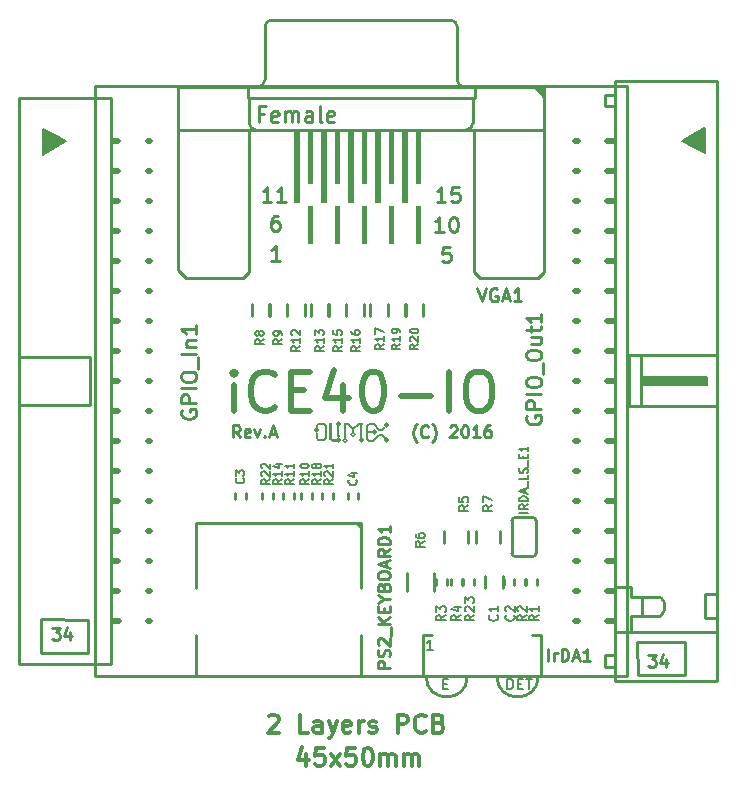
<source format=gbr>
G04 #@! TF.FileFunction,Legend,Top*
%FSLAX46Y46*%
G04 Gerber Fmt 4.6, Leading zero omitted, Abs format (unit mm)*
G04 Created by KiCad (PCBNEW 4.0.1-3.201512221401+6198~38~ubuntu15.10.1-stable) date Thu 31 Mar 2016 02:37:57 PM EEST*
%MOMM*%
G01*
G04 APERTURE LIST*
%ADD10C,0.100000*%
%ADD11C,0.254000*%
%ADD12C,0.508000*%
%ADD13C,0.300000*%
%ADD14C,0.200000*%
%ADD15C,0.400000*%
%ADD16C,0.066040*%
%ADD17C,0.012700*%
%ADD18C,0.062500*%
%ADD19C,0.010000*%
%ADD20C,0.150000*%
%ADD21C,0.500000*%
%ADD22C,0.175000*%
%ADD23C,0.158750*%
%ADD24C,0.190500*%
G04 APERTURE END LIST*
D10*
D11*
X147447000Y-107315000D02*
X147193000Y-107061000D01*
X162560000Y-70485000D02*
X162179000Y-70104000D01*
X162560000Y-70485000D02*
X162941000Y-70866000D01*
X162814000Y-70104000D02*
X162814000Y-70485000D01*
X162687000Y-70104000D02*
X162687000Y-70485000D01*
X162560000Y-70485000D02*
X162941000Y-70485000D01*
X162560000Y-70104000D02*
X162560000Y-70485000D01*
X137244667Y-99773619D02*
X136906001Y-99289810D01*
X136664096Y-99773619D02*
X136664096Y-98757619D01*
X137051143Y-98757619D01*
X137147905Y-98806000D01*
X137196286Y-98854381D01*
X137244667Y-98951143D01*
X137244667Y-99096286D01*
X137196286Y-99193048D01*
X137147905Y-99241429D01*
X137051143Y-99289810D01*
X136664096Y-99289810D01*
X138067143Y-99725238D02*
X137970381Y-99773619D01*
X137776858Y-99773619D01*
X137680096Y-99725238D01*
X137631715Y-99628476D01*
X137631715Y-99241429D01*
X137680096Y-99144667D01*
X137776858Y-99096286D01*
X137970381Y-99096286D01*
X138067143Y-99144667D01*
X138115524Y-99241429D01*
X138115524Y-99338190D01*
X137631715Y-99434952D01*
X138454191Y-99096286D02*
X138696096Y-99773619D01*
X138938000Y-99096286D01*
X139325048Y-99676857D02*
X139373429Y-99725238D01*
X139325048Y-99773619D01*
X139276667Y-99725238D01*
X139325048Y-99676857D01*
X139325048Y-99773619D01*
X139760477Y-99483333D02*
X140244286Y-99483333D01*
X139663715Y-99773619D02*
X140002382Y-98757619D01*
X140341048Y-99773619D01*
D12*
X136724571Y-97505762D02*
X136724571Y-95304429D01*
X136724571Y-94203762D02*
X136567333Y-94361000D01*
X136724571Y-94518238D01*
X136881810Y-94361000D01*
X136724571Y-94203762D01*
X136724571Y-94518238D01*
X140183810Y-97191286D02*
X140026572Y-97348524D01*
X139554857Y-97505762D01*
X139240381Y-97505762D01*
X138768667Y-97348524D01*
X138454191Y-97034048D01*
X138296952Y-96719571D01*
X138139714Y-96090619D01*
X138139714Y-95618905D01*
X138296952Y-94989952D01*
X138454191Y-94675476D01*
X138768667Y-94361000D01*
X139240381Y-94203762D01*
X139554857Y-94203762D01*
X140026572Y-94361000D01*
X140183810Y-94518238D01*
X141598952Y-95776143D02*
X142699619Y-95776143D01*
X143171333Y-97505762D02*
X141598952Y-97505762D01*
X141598952Y-94203762D01*
X143171333Y-94203762D01*
X146001619Y-95304429D02*
X146001619Y-97505762D01*
X145215429Y-94046524D02*
X144429238Y-96405095D01*
X146473334Y-96405095D01*
X148360191Y-94203762D02*
X148674667Y-94203762D01*
X148989143Y-94361000D01*
X149146381Y-94518238D01*
X149303619Y-94832714D01*
X149460858Y-95461667D01*
X149460858Y-96247857D01*
X149303619Y-96876810D01*
X149146381Y-97191286D01*
X148989143Y-97348524D01*
X148674667Y-97505762D01*
X148360191Y-97505762D01*
X148045715Y-97348524D01*
X147888477Y-97191286D01*
X147731238Y-96876810D01*
X147574000Y-96247857D01*
X147574000Y-95461667D01*
X147731238Y-94832714D01*
X147888477Y-94518238D01*
X148045715Y-94361000D01*
X148360191Y-94203762D01*
X150876000Y-96247857D02*
X153391810Y-96247857D01*
X154964190Y-97505762D02*
X154964190Y-94203762D01*
X157165524Y-94203762D02*
X157794476Y-94203762D01*
X158108952Y-94361000D01*
X158423429Y-94675476D01*
X158580667Y-95304429D01*
X158580667Y-96405095D01*
X158423429Y-97034048D01*
X158108952Y-97348524D01*
X157794476Y-97505762D01*
X157165524Y-97505762D01*
X156851048Y-97348524D01*
X156536571Y-97034048D01*
X156379333Y-96405095D01*
X156379333Y-95304429D01*
X156536571Y-94675476D01*
X156851048Y-94361000D01*
X157165524Y-94203762D01*
D13*
X139673143Y-123400429D02*
X139744572Y-123329000D01*
X139887429Y-123257571D01*
X140244572Y-123257571D01*
X140387429Y-123329000D01*
X140458858Y-123400429D01*
X140530286Y-123543286D01*
X140530286Y-123686143D01*
X140458858Y-123900429D01*
X139601715Y-124757571D01*
X140530286Y-124757571D01*
X143030286Y-124757571D02*
X142316000Y-124757571D01*
X142316000Y-123257571D01*
X144173143Y-124757571D02*
X144173143Y-123971857D01*
X144101714Y-123829000D01*
X143958857Y-123757571D01*
X143673143Y-123757571D01*
X143530286Y-123829000D01*
X144173143Y-124686143D02*
X144030286Y-124757571D01*
X143673143Y-124757571D01*
X143530286Y-124686143D01*
X143458857Y-124543286D01*
X143458857Y-124400429D01*
X143530286Y-124257571D01*
X143673143Y-124186143D01*
X144030286Y-124186143D01*
X144173143Y-124114714D01*
X144744572Y-123757571D02*
X145101715Y-124757571D01*
X145458857Y-123757571D02*
X145101715Y-124757571D01*
X144958857Y-125114714D01*
X144887429Y-125186143D01*
X144744572Y-125257571D01*
X146601714Y-124686143D02*
X146458857Y-124757571D01*
X146173143Y-124757571D01*
X146030286Y-124686143D01*
X145958857Y-124543286D01*
X145958857Y-123971857D01*
X146030286Y-123829000D01*
X146173143Y-123757571D01*
X146458857Y-123757571D01*
X146601714Y-123829000D01*
X146673143Y-123971857D01*
X146673143Y-124114714D01*
X145958857Y-124257571D01*
X147316000Y-124757571D02*
X147316000Y-123757571D01*
X147316000Y-124043286D02*
X147387428Y-123900429D01*
X147458857Y-123829000D01*
X147601714Y-123757571D01*
X147744571Y-123757571D01*
X148173142Y-124686143D02*
X148315999Y-124757571D01*
X148601714Y-124757571D01*
X148744571Y-124686143D01*
X148815999Y-124543286D01*
X148815999Y-124471857D01*
X148744571Y-124329000D01*
X148601714Y-124257571D01*
X148387428Y-124257571D01*
X148244571Y-124186143D01*
X148173142Y-124043286D01*
X148173142Y-123971857D01*
X148244571Y-123829000D01*
X148387428Y-123757571D01*
X148601714Y-123757571D01*
X148744571Y-123829000D01*
X150601714Y-124757571D02*
X150601714Y-123257571D01*
X151173142Y-123257571D01*
X151316000Y-123329000D01*
X151387428Y-123400429D01*
X151458857Y-123543286D01*
X151458857Y-123757571D01*
X151387428Y-123900429D01*
X151316000Y-123971857D01*
X151173142Y-124043286D01*
X150601714Y-124043286D01*
X152958857Y-124614714D02*
X152887428Y-124686143D01*
X152673142Y-124757571D01*
X152530285Y-124757571D01*
X152316000Y-124686143D01*
X152173142Y-124543286D01*
X152101714Y-124400429D01*
X152030285Y-124114714D01*
X152030285Y-123900429D01*
X152101714Y-123614714D01*
X152173142Y-123471857D01*
X152316000Y-123329000D01*
X152530285Y-123257571D01*
X152673142Y-123257571D01*
X152887428Y-123329000D01*
X152958857Y-123400429D01*
X154101714Y-123971857D02*
X154316000Y-124043286D01*
X154387428Y-124114714D01*
X154458857Y-124257571D01*
X154458857Y-124471857D01*
X154387428Y-124614714D01*
X154316000Y-124686143D01*
X154173142Y-124757571D01*
X153601714Y-124757571D01*
X153601714Y-123257571D01*
X154101714Y-123257571D01*
X154244571Y-123329000D01*
X154316000Y-123400429D01*
X154387428Y-123543286D01*
X154387428Y-123686143D01*
X154316000Y-123829000D01*
X154244571Y-123900429D01*
X154101714Y-123971857D01*
X153601714Y-123971857D01*
X142855715Y-126551571D02*
X142855715Y-127551571D01*
X142498572Y-125980143D02*
X142141429Y-127051571D01*
X143070001Y-127051571D01*
X144355715Y-126051571D02*
X143641429Y-126051571D01*
X143570000Y-126765857D01*
X143641429Y-126694429D01*
X143784286Y-126623000D01*
X144141429Y-126623000D01*
X144284286Y-126694429D01*
X144355715Y-126765857D01*
X144427143Y-126908714D01*
X144427143Y-127265857D01*
X144355715Y-127408714D01*
X144284286Y-127480143D01*
X144141429Y-127551571D01*
X143784286Y-127551571D01*
X143641429Y-127480143D01*
X143570000Y-127408714D01*
X144927143Y-127551571D02*
X145712857Y-126551571D01*
X144927143Y-126551571D02*
X145712857Y-127551571D01*
X146998572Y-126051571D02*
X146284286Y-126051571D01*
X146212857Y-126765857D01*
X146284286Y-126694429D01*
X146427143Y-126623000D01*
X146784286Y-126623000D01*
X146927143Y-126694429D01*
X146998572Y-126765857D01*
X147070000Y-126908714D01*
X147070000Y-127265857D01*
X146998572Y-127408714D01*
X146927143Y-127480143D01*
X146784286Y-127551571D01*
X146427143Y-127551571D01*
X146284286Y-127480143D01*
X146212857Y-127408714D01*
X147998571Y-126051571D02*
X148141428Y-126051571D01*
X148284285Y-126123000D01*
X148355714Y-126194429D01*
X148427143Y-126337286D01*
X148498571Y-126623000D01*
X148498571Y-126980143D01*
X148427143Y-127265857D01*
X148355714Y-127408714D01*
X148284285Y-127480143D01*
X148141428Y-127551571D01*
X147998571Y-127551571D01*
X147855714Y-127480143D01*
X147784285Y-127408714D01*
X147712857Y-127265857D01*
X147641428Y-126980143D01*
X147641428Y-126623000D01*
X147712857Y-126337286D01*
X147784285Y-126194429D01*
X147855714Y-126123000D01*
X147998571Y-126051571D01*
X149141428Y-127551571D02*
X149141428Y-126551571D01*
X149141428Y-126694429D02*
X149212856Y-126623000D01*
X149355714Y-126551571D01*
X149569999Y-126551571D01*
X149712856Y-126623000D01*
X149784285Y-126765857D01*
X149784285Y-127551571D01*
X149784285Y-126765857D02*
X149855714Y-126623000D01*
X149998571Y-126551571D01*
X150212856Y-126551571D01*
X150355714Y-126623000D01*
X150427142Y-126765857D01*
X150427142Y-127551571D01*
X151141428Y-127551571D02*
X151141428Y-126551571D01*
X151141428Y-126694429D02*
X151212856Y-126623000D01*
X151355714Y-126551571D01*
X151569999Y-126551571D01*
X151712856Y-126623000D01*
X151784285Y-126765857D01*
X151784285Y-127551571D01*
X151784285Y-126765857D02*
X151855714Y-126623000D01*
X151998571Y-126551571D01*
X152212856Y-126551571D01*
X152355714Y-126623000D01*
X152427142Y-126765857D01*
X152427142Y-127551571D01*
D11*
X152218572Y-100160667D02*
X152170192Y-100112286D01*
X152073430Y-99967143D01*
X152025049Y-99870381D01*
X151976668Y-99725238D01*
X151928287Y-99483333D01*
X151928287Y-99289810D01*
X151976668Y-99047905D01*
X152025049Y-98902762D01*
X152073430Y-98806000D01*
X152170192Y-98660857D01*
X152218572Y-98612476D01*
X153186191Y-99676857D02*
X153137810Y-99725238D01*
X152992667Y-99773619D01*
X152895905Y-99773619D01*
X152750763Y-99725238D01*
X152654001Y-99628476D01*
X152605620Y-99531714D01*
X152557239Y-99338190D01*
X152557239Y-99193048D01*
X152605620Y-98999524D01*
X152654001Y-98902762D01*
X152750763Y-98806000D01*
X152895905Y-98757619D01*
X152992667Y-98757619D01*
X153137810Y-98806000D01*
X153186191Y-98854381D01*
X153524858Y-100160667D02*
X153573239Y-100112286D01*
X153670001Y-99967143D01*
X153718382Y-99870381D01*
X153766763Y-99725238D01*
X153815144Y-99483333D01*
X153815144Y-99289810D01*
X153766763Y-99047905D01*
X153718382Y-98902762D01*
X153670001Y-98806000D01*
X153573239Y-98660857D01*
X153524858Y-98612476D01*
X155024667Y-98854381D02*
X155073048Y-98806000D01*
X155169810Y-98757619D01*
X155411714Y-98757619D01*
X155508476Y-98806000D01*
X155556857Y-98854381D01*
X155605238Y-98951143D01*
X155605238Y-99047905D01*
X155556857Y-99193048D01*
X154976286Y-99773619D01*
X155605238Y-99773619D01*
X156234191Y-98757619D02*
X156330952Y-98757619D01*
X156427714Y-98806000D01*
X156476095Y-98854381D01*
X156524476Y-98951143D01*
X156572857Y-99144667D01*
X156572857Y-99386571D01*
X156524476Y-99580095D01*
X156476095Y-99676857D01*
X156427714Y-99725238D01*
X156330952Y-99773619D01*
X156234191Y-99773619D01*
X156137429Y-99725238D01*
X156089048Y-99676857D01*
X156040667Y-99580095D01*
X155992286Y-99386571D01*
X155992286Y-99144667D01*
X156040667Y-98951143D01*
X156089048Y-98854381D01*
X156137429Y-98806000D01*
X156234191Y-98757619D01*
X157540476Y-99773619D02*
X156959905Y-99773619D01*
X157250191Y-99773619D02*
X157250191Y-98757619D01*
X157153429Y-98902762D01*
X157056667Y-98999524D01*
X156959905Y-99047905D01*
X158411333Y-98757619D02*
X158217810Y-98757619D01*
X158121048Y-98806000D01*
X158072667Y-98854381D01*
X157975905Y-98999524D01*
X157927524Y-99193048D01*
X157927524Y-99580095D01*
X157975905Y-99676857D01*
X158024286Y-99725238D01*
X158121048Y-99773619D01*
X158314571Y-99773619D01*
X158411333Y-99725238D01*
X158459714Y-99676857D01*
X158508095Y-99580095D01*
X158508095Y-99338190D01*
X158459714Y-99241429D01*
X158411333Y-99193048D01*
X158314571Y-99144667D01*
X158121048Y-99144667D01*
X158024286Y-99193048D01*
X157975905Y-99241429D01*
X157927524Y-99338190D01*
X125000000Y-120000000D02*
X125000000Y-70000000D01*
X170000000Y-120000000D02*
X125000000Y-120000000D01*
X170000000Y-70000000D02*
X170000000Y-120000000D01*
X125000000Y-70000000D02*
X170000000Y-70000000D01*
D14*
X152427600Y-78190500D02*
X152199000Y-78190500D01*
X151284600Y-79803400D02*
X151056000Y-79803400D01*
X150141600Y-78190500D02*
X149913000Y-78190500D01*
X148998600Y-79803400D02*
X148770000Y-79803400D01*
X147855600Y-78190500D02*
X147627000Y-78190500D01*
X146725300Y-79803400D02*
X146496700Y-79803400D01*
X145582300Y-78190500D02*
X145353700Y-78190500D01*
X144426600Y-79790700D02*
X144198000Y-79790700D01*
X143283600Y-78177800D02*
X143055000Y-78177800D01*
X142140600Y-79803400D02*
X141912000Y-79803400D01*
X143283600Y-80286000D02*
X143055000Y-80286000D01*
X143296300Y-83232400D02*
X143067700Y-83232400D01*
X145569600Y-80286000D02*
X145341000Y-80286000D01*
X145569600Y-83232400D02*
X145341000Y-83232400D01*
X147855600Y-80286000D02*
X147627000Y-80286000D01*
X147855600Y-83232400D02*
X147627000Y-83232400D01*
X150141600Y-80298700D02*
X149913000Y-80298700D01*
X150141600Y-83232400D02*
X149913000Y-83232400D01*
X152427600Y-80286000D02*
X152199000Y-80286000D01*
X152427600Y-83232400D02*
X152199000Y-83232400D01*
D15*
X142039000Y-79701800D02*
X142039000Y-73923300D01*
X144325000Y-79701800D02*
X144325000Y-73923300D01*
X146611000Y-79701800D02*
X146611000Y-73923300D01*
X148897000Y-79701800D02*
X148897000Y-73923300D01*
X151183000Y-79701800D02*
X151183000Y-73923300D01*
X143182000Y-78076200D02*
X143182000Y-73961400D01*
X145468000Y-78076200D02*
X145468000Y-73961400D01*
X147741300Y-78088900D02*
X147741300Y-73974100D01*
X150027300Y-78063500D02*
X150027300Y-73948700D01*
X152313300Y-78063500D02*
X152313300Y-73948700D01*
X143182000Y-83130800D02*
X143182000Y-80400300D01*
X145455300Y-83130800D02*
X145455300Y-80400300D01*
X147741300Y-83130800D02*
X147741300Y-80400300D01*
X150027300Y-83130800D02*
X150027300Y-80400300D01*
X152313300Y-83118100D02*
X152313300Y-80387600D01*
D16*
X146801500Y-73778520D02*
X146400180Y-73778520D01*
X146400180Y-73778520D02*
X146400180Y-79877060D01*
X146801500Y-79877060D02*
X146400180Y-79877060D01*
X146801500Y-73778520D02*
X146801500Y-79877060D01*
X149084960Y-73778520D02*
X148683640Y-73778520D01*
X148683640Y-73778520D02*
X148683640Y-79877060D01*
X149084960Y-79877060D02*
X148683640Y-79877060D01*
X149084960Y-73778520D02*
X149084960Y-79877060D01*
X151370960Y-73778520D02*
X150969640Y-73778520D01*
X150969640Y-73778520D02*
X150969640Y-79877060D01*
X151370960Y-79877060D02*
X150969640Y-79877060D01*
X151370960Y-73778520D02*
X151370960Y-79877060D01*
X144515500Y-73778520D02*
X144114180Y-73778520D01*
X144114180Y-73778520D02*
X144114180Y-79877060D01*
X144515500Y-79877060D02*
X144114180Y-79877060D01*
X144515500Y-73778520D02*
X144515500Y-79877060D01*
X142229500Y-73778520D02*
X141828180Y-73778520D01*
X141828180Y-73778520D02*
X141828180Y-79877060D01*
X142229500Y-79877060D02*
X141828180Y-79877060D01*
X142229500Y-73778520D02*
X142229500Y-79877060D01*
X147941960Y-73758200D02*
X147540640Y-73758200D01*
X147540640Y-73758200D02*
X147540640Y-78266700D01*
X147941960Y-78266700D02*
X147540640Y-78266700D01*
X147941960Y-73758200D02*
X147941960Y-78266700D01*
X150227960Y-73758200D02*
X149826640Y-73758200D01*
X149826640Y-73758200D02*
X149826640Y-78266700D01*
X150227960Y-78266700D02*
X149826640Y-78266700D01*
X150227960Y-73758200D02*
X150227960Y-78266700D01*
X152513960Y-73758200D02*
X152112640Y-73758200D01*
X152112640Y-73758200D02*
X152112640Y-78266700D01*
X152513960Y-78266700D02*
X152112640Y-78266700D01*
X152513960Y-73758200D02*
X152513960Y-78266700D01*
X145658500Y-73758200D02*
X145257180Y-73758200D01*
X145257180Y-73758200D02*
X145257180Y-78266700D01*
X145658500Y-78266700D02*
X145257180Y-78266700D01*
X145658500Y-73758200D02*
X145658500Y-78266700D01*
X143372500Y-73758200D02*
X142971180Y-73758200D01*
X142971180Y-73758200D02*
X142971180Y-78266700D01*
X143372500Y-78266700D02*
X142971180Y-78266700D01*
X143372500Y-73758200D02*
X143372500Y-78266700D01*
X152513960Y-80209800D02*
X152112640Y-80209800D01*
X152112640Y-80209800D02*
X152112640Y-83308600D01*
X152513960Y-83308600D02*
X152112640Y-83308600D01*
X152513960Y-80209800D02*
X152513960Y-83308600D01*
X150227960Y-80209800D02*
X149826640Y-80209800D01*
X149826640Y-80209800D02*
X149826640Y-83308600D01*
X150227960Y-83308600D02*
X149826640Y-83308600D01*
X150227960Y-80209800D02*
X150227960Y-83308600D01*
X147941960Y-80209800D02*
X147540640Y-80209800D01*
X147540640Y-80209800D02*
X147540640Y-83308600D01*
X147941960Y-83308600D02*
X147540640Y-83308600D01*
X147941960Y-80209800D02*
X147941960Y-83308600D01*
X145658500Y-80209800D02*
X145257180Y-80209800D01*
X145257180Y-80209800D02*
X145257180Y-83308600D01*
X145658500Y-83308600D02*
X145257180Y-83308600D01*
X145658500Y-80209800D02*
X145658500Y-83308600D01*
X143372500Y-80209800D02*
X142971180Y-80209800D01*
X142971180Y-80209800D02*
X142971180Y-83308600D01*
X143372500Y-83308600D02*
X142971180Y-83308600D01*
X143372500Y-80209800D02*
X143372500Y-83308600D01*
D11*
X162994000Y-70103140D02*
X162994000Y-73758200D01*
X137886100Y-71012460D02*
X137886100Y-70103140D01*
X137886100Y-71012460D02*
X138013100Y-71012460D01*
X138013100Y-71012460D02*
X156986900Y-71012460D01*
X138013100Y-73123200D02*
X138013100Y-71012460D01*
X157113900Y-71012460D02*
X157113900Y-70103140D01*
X156986900Y-73123200D02*
X156986900Y-71012460D01*
X156986900Y-71012460D02*
X157113900Y-71012460D01*
X132641000Y-86255000D02*
X132006000Y-85620000D01*
X132006000Y-85620000D02*
X132006000Y-70103140D01*
X137467000Y-86255000D02*
X132641000Y-86255000D01*
X137467000Y-86255000D02*
X137975000Y-85747000D01*
X137975000Y-85747000D02*
X137975000Y-73758200D01*
X157025000Y-85747000D02*
X157025000Y-73758200D01*
X157025000Y-85747000D02*
X157533000Y-86255000D01*
X157533000Y-86255000D02*
X162486000Y-86255000D01*
X162486000Y-86255000D02*
X162994000Y-85747000D01*
X162994000Y-85747000D02*
X162994000Y-73758200D01*
X139372000Y-69460520D02*
X139372000Y-64967260D01*
X155628000Y-69460520D02*
X155628000Y-64967260D01*
X139880000Y-64459260D02*
X155120000Y-64459260D01*
X132026320Y-70085360D02*
X162879700Y-70085360D01*
X132026320Y-73758200D02*
X162994000Y-73758200D01*
X139880000Y-64459260D02*
G75*
G03X139372000Y-64967260I0J-508000D01*
G01*
X155628000Y-64967260D02*
G75*
G03X155120000Y-64459260I-508000J0D01*
G01*
X138013100Y-73123200D02*
G75*
G03X138648100Y-73758200I635000J0D01*
G01*
X156351900Y-73758200D02*
G75*
G03X156986900Y-73123200I0J635000D01*
G01*
X138739540Y-70092980D02*
G75*
G03X139372000Y-69460520I0J632460D01*
G01*
X155625460Y-69460520D02*
G75*
G03X156260460Y-70095520I635000J0D01*
G01*
X156146500Y-112014000D02*
X156146500Y-112268000D01*
X156146500Y-112014000D02*
X156146500Y-111760000D01*
X157035500Y-112014000D02*
X157035500Y-111760000D01*
X157035500Y-112014000D02*
X157035500Y-112268000D01*
X157988000Y-111506000D02*
X157988000Y-112522000D01*
X159512000Y-111506000D02*
X159512000Y-112522000D01*
X162369500Y-112014000D02*
X162369500Y-111760000D01*
X162369500Y-112014000D02*
X162369500Y-112268000D01*
X161480500Y-112014000D02*
X161480500Y-112268000D01*
X161480500Y-112014000D02*
X161480500Y-111760000D01*
X160464500Y-112014000D02*
X160464500Y-112268000D01*
X160464500Y-112014000D02*
X160464500Y-111760000D01*
X161353500Y-112014000D02*
X161353500Y-111760000D01*
X161353500Y-112014000D02*
X161353500Y-112268000D01*
X153860500Y-112014000D02*
X153860500Y-112268000D01*
X153860500Y-112014000D02*
X153860500Y-111760000D01*
X154749500Y-112014000D02*
X154749500Y-111760000D01*
X154749500Y-112014000D02*
X154749500Y-112268000D01*
X155130500Y-112014000D02*
X155130500Y-112268000D01*
X155130500Y-112014000D02*
X155130500Y-111760000D01*
X156019500Y-112014000D02*
X156019500Y-111760000D01*
X156019500Y-112014000D02*
X156019500Y-112268000D01*
X160464500Y-112014000D02*
X160464500Y-111760000D01*
X160464500Y-112014000D02*
X160464500Y-112268000D01*
X159575500Y-112014000D02*
X159575500Y-112268000D01*
X159575500Y-112014000D02*
X159575500Y-111760000D01*
X137731500Y-104775000D02*
X137731500Y-104521000D01*
X137731500Y-104775000D02*
X137731500Y-105029000D01*
X136842500Y-104775000D02*
X136842500Y-105029000D01*
X136842500Y-104775000D02*
X136842500Y-104521000D01*
X142430500Y-104775000D02*
X142430500Y-105029000D01*
X142430500Y-104775000D02*
X142430500Y-104521000D01*
X143319500Y-104775000D02*
X143319500Y-104521000D01*
X143319500Y-104775000D02*
X143319500Y-105029000D01*
X147256500Y-104775000D02*
X147256500Y-104521000D01*
X147256500Y-104775000D02*
X147256500Y-105029000D01*
X146367500Y-104775000D02*
X146367500Y-105029000D01*
X146367500Y-104775000D02*
X146367500Y-104521000D01*
X152750000Y-116500000D02*
X153500000Y-116500000D01*
X162000000Y-116500000D02*
X162750000Y-116500000D01*
X162750000Y-116500000D02*
X162750000Y-120000000D01*
X162750000Y-120000000D02*
X159000000Y-120000000D01*
X159000000Y-120000000D02*
X156500000Y-120000000D01*
X156500000Y-120000000D02*
X153000000Y-120000000D01*
X153000000Y-120000000D02*
X152750000Y-120000000D01*
X152750000Y-120000000D02*
X152750000Y-116500000D01*
X153000000Y-120000000D02*
G75*
G03X156500000Y-120000000I1750000J0D01*
G01*
X159000000Y-120000000D02*
G75*
G03X162500000Y-120000000I1750000J0D01*
G01*
X162306000Y-106807000D02*
X162306000Y-109601000D01*
X162052000Y-106553000D02*
X160528000Y-106553000D01*
X162052000Y-109855000D02*
X160528000Y-109855000D01*
X160274000Y-109601000D02*
X160274000Y-106807000D01*
X160528000Y-106553000D02*
G75*
G03X160274000Y-106807000I0J-254000D01*
G01*
X160274000Y-109601000D02*
G75*
G03X160528000Y-109855000I254000J0D01*
G01*
X162052000Y-109855000D02*
G75*
G03X162306000Y-109601000I0J254000D01*
G01*
X162306000Y-106807000D02*
G75*
G03X162052000Y-106553000I-254000J0D01*
G01*
X139762000Y-89508000D02*
X139762000Y-88492000D01*
X138238000Y-89508000D02*
X138238000Y-88492000D01*
X142762000Y-89508000D02*
X142762000Y-88492000D01*
X141238000Y-89508000D02*
X141238000Y-88492000D01*
X146262000Y-89508000D02*
X146262000Y-88492000D01*
X144738000Y-89508000D02*
X144738000Y-88492000D01*
X147762000Y-89508000D02*
X147762000Y-88492000D01*
X146238000Y-89508000D02*
X146238000Y-88492000D01*
X151262000Y-89508000D02*
X151262000Y-88492000D01*
X149738000Y-89508000D02*
X149738000Y-88492000D01*
X145097500Y-104775000D02*
X145097500Y-104521000D01*
X145097500Y-104775000D02*
X145097500Y-105029000D01*
X144208500Y-104775000D02*
X144208500Y-105029000D01*
X144208500Y-104775000D02*
X144208500Y-104521000D01*
X140017500Y-104775000D02*
X140017500Y-104521000D01*
X140017500Y-104775000D02*
X140017500Y-105029000D01*
X139128500Y-104775000D02*
X139128500Y-105029000D01*
X139128500Y-104775000D02*
X139128500Y-104521000D01*
X154559000Y-107696000D02*
X154559000Y-108712000D01*
X156591000Y-107696000D02*
X156591000Y-108712000D01*
X153670000Y-111252000D02*
X153670000Y-112776000D01*
X151384000Y-111252000D02*
X151384000Y-112776000D01*
X159258000Y-108712000D02*
X159258000Y-107696000D01*
X157226000Y-108712000D02*
X157226000Y-107696000D01*
X141262000Y-89508000D02*
X141262000Y-88492000D01*
X139738000Y-89508000D02*
X139738000Y-88492000D01*
X140906500Y-104775000D02*
X140906500Y-105029000D01*
X140906500Y-104775000D02*
X140906500Y-104521000D01*
X141795500Y-104775000D02*
X141795500Y-104521000D01*
X141795500Y-104775000D02*
X141795500Y-105029000D01*
X144762000Y-89508000D02*
X144762000Y-88492000D01*
X143238000Y-89508000D02*
X143238000Y-88492000D01*
X140906500Y-104775000D02*
X140906500Y-104521000D01*
X140906500Y-104775000D02*
X140906500Y-105029000D01*
X140017500Y-104775000D02*
X140017500Y-105029000D01*
X140017500Y-104775000D02*
X140017500Y-104521000D01*
X149762000Y-89508000D02*
X149762000Y-88492000D01*
X148238000Y-89508000D02*
X148238000Y-88492000D01*
X144208500Y-104775000D02*
X144208500Y-104521000D01*
X144208500Y-104775000D02*
X144208500Y-105029000D01*
X143319500Y-104775000D02*
X143319500Y-105029000D01*
X143319500Y-104775000D02*
X143319500Y-104521000D01*
X152762000Y-89508000D02*
X152762000Y-88492000D01*
X151238000Y-89508000D02*
X151238000Y-88492000D01*
D17*
X147586700Y-98539300D02*
X147586700Y-98554540D01*
X147571460Y-98541840D02*
X147591780Y-98541840D01*
X147594320Y-98536760D02*
X147594320Y-98567240D01*
X147558760Y-98531680D02*
X147596860Y-98531680D01*
X147518120Y-98521520D02*
X147604480Y-98521520D01*
X147604480Y-98521520D02*
X147604480Y-98618040D01*
X146057620Y-98546920D02*
X146072860Y-98546920D01*
X146055080Y-98526600D02*
X146055080Y-98567240D01*
X146098260Y-98534220D02*
X146052540Y-98534220D01*
X146044920Y-98618040D02*
X146044920Y-98521520D01*
X146044920Y-98521520D02*
X146372580Y-98521520D01*
X145473420Y-99616260D02*
X145658840Y-99616260D01*
X145473420Y-99628960D02*
X145656300Y-99628960D01*
X145473420Y-99641660D02*
X145656300Y-99641660D01*
X145475960Y-99654360D02*
X145658840Y-99654360D01*
X145470880Y-99667060D02*
X145470880Y-98844100D01*
X145661380Y-99570540D02*
X145661380Y-99667060D01*
X145661380Y-99667060D02*
X145470880Y-99667060D01*
X144973040Y-98541840D02*
X144973040Y-98620580D01*
X144787620Y-98541840D02*
X144787620Y-98615500D01*
D18*
X144904460Y-98572320D02*
X144952720Y-98572320D01*
X144807940Y-98569780D02*
X144856200Y-98569780D01*
D19*
X144881600Y-98539300D02*
X144983200Y-98539300D01*
X144983200Y-98539300D02*
X144983200Y-99796600D01*
X145034000Y-100088700D02*
X145021300Y-100076000D01*
X145021300Y-100088700D02*
X145338800Y-100088700D01*
X144792700Y-99872800D02*
X144780000Y-99847400D01*
X144780000Y-99834700D02*
X144780000Y-99847400D01*
X144780000Y-99847400D02*
X144780000Y-99860100D01*
X144780000Y-99860100D02*
X145021300Y-100088700D01*
X144881600Y-98539300D02*
X144780000Y-98539300D01*
X144780000Y-98539300D02*
X144780000Y-99834700D01*
D14*
X144386300Y-99999800D02*
X143891000Y-99999800D01*
X143891000Y-99999800D02*
X143738600Y-99860100D01*
X143738600Y-98958400D02*
X143738600Y-98793300D01*
X143738600Y-98793300D02*
X143891000Y-98640900D01*
X143891000Y-98640900D02*
X144373600Y-98640900D01*
D20*
X148788139Y-99314000D02*
G75*
G03X148788139Y-99314000I-172739J0D01*
G01*
D14*
X148412200Y-99314000D02*
X147980400Y-99314000D01*
D20*
X149829539Y-98704400D02*
G75*
G03X149829539Y-98704400I-172739J0D01*
G01*
D14*
X149250400Y-99136200D02*
X149504400Y-98882200D01*
X149047200Y-99136200D02*
X149250400Y-99136200D01*
X148551900Y-98640900D02*
X149047200Y-99136200D01*
X148158200Y-98640900D02*
X148551900Y-98640900D01*
X147980400Y-99326700D02*
X147980400Y-98818700D01*
X147980400Y-98818700D02*
X148158200Y-98640900D01*
X147980400Y-99885500D02*
X147980400Y-99314000D01*
X148145500Y-100063300D02*
X147980400Y-99885500D01*
X148539200Y-100063300D02*
X148145500Y-100063300D01*
X149047200Y-99555300D02*
X148539200Y-100063300D01*
X149237700Y-99555300D02*
X149047200Y-99555300D01*
X149529800Y-99847400D02*
X149237700Y-99555300D01*
D20*
X149816839Y-100012500D02*
G75*
G03X149816839Y-100012500I-172739J0D01*
G01*
X147683239Y-99999800D02*
G75*
G03X147683239Y-99999800I-172739J0D01*
G01*
D14*
X147510500Y-98615500D02*
X147510500Y-99745800D01*
X147294600Y-98615500D02*
X147510500Y-98615500D01*
D20*
X146984739Y-99491800D02*
G75*
G03X146984739Y-99491800I-172739J0D01*
G01*
D14*
X146812000Y-99085400D02*
X147294600Y-98615500D01*
X146812000Y-99060000D02*
X146812000Y-99263200D01*
X146367500Y-98615500D02*
X146812000Y-99060000D01*
X146138900Y-98615500D02*
X146367500Y-98615500D01*
X146138900Y-99783900D02*
X146138900Y-98615500D01*
D20*
X146311639Y-99999800D02*
G75*
G03X146311639Y-99999800I-172739J0D01*
G01*
X145740139Y-98628200D02*
G75*
G03X145740139Y-98628200I-172739J0D01*
G01*
D14*
X145567400Y-98856800D02*
X145567400Y-99568000D01*
D20*
X145740139Y-99999800D02*
G75*
G03X145740139Y-99999800I-172739J0D01*
G01*
D14*
X145059400Y-99987100D02*
X145338800Y-99987100D01*
X144881600Y-99822000D02*
X145059400Y-99987100D01*
X144881600Y-98640900D02*
X144881600Y-99822000D01*
X143738600Y-99390200D02*
X143738600Y-99834700D01*
X144386300Y-99999800D02*
X144526000Y-99860100D01*
X144526000Y-98831400D02*
X144526000Y-99834700D01*
X144373600Y-98642700D02*
X144526000Y-98793300D01*
D20*
X143911339Y-99161600D02*
G75*
G03X143911339Y-99161600I-172739J0D01*
G01*
D21*
X129438400Y-105143300D02*
X129641600Y-105143300D01*
X129438400Y-107670600D02*
X129641600Y-107670600D01*
X129438400Y-110236000D02*
X129641600Y-110236000D01*
X129438400Y-112776000D02*
X129641600Y-112776000D01*
X129438400Y-115316000D02*
X129641600Y-115316000D01*
X126453900Y-74663300D02*
X126949200Y-74663300D01*
X126453900Y-92430600D02*
X126949200Y-92430600D01*
X126453900Y-94996000D02*
X126949200Y-94996000D01*
X126453900Y-97536000D02*
X126949200Y-97536000D01*
X126479300Y-115316000D02*
X126974600Y-115316000D01*
D11*
X124373640Y-117993160D02*
X124368560Y-115194080D01*
X124368560Y-115194080D02*
X120362980Y-115189000D01*
X120362980Y-115189000D02*
X120365520Y-117993160D01*
X120365520Y-117993160D02*
X124371100Y-117993160D01*
D20*
X121094500Y-74914760D02*
X120830340Y-75237340D01*
X120777000Y-74201020D02*
X120972580Y-74307700D01*
X122039380Y-74597260D02*
X122336560Y-74658220D01*
X120683020Y-75633580D02*
X122229880Y-74658220D01*
X122229880Y-74658220D02*
X120683020Y-73842880D01*
X120683020Y-73842880D02*
X120675400Y-75504040D01*
X120675400Y-75504040D02*
X122016520Y-74673460D01*
X122016520Y-74673460D02*
X120759220Y-74002900D01*
X120759220Y-74002900D02*
X120774460Y-75374500D01*
X120774460Y-75374500D02*
X121803160Y-74673460D01*
X121803160Y-74673460D02*
X120827800Y-74132440D01*
X120827800Y-74132440D02*
X120881140Y-75161140D01*
X120881140Y-75161140D02*
X121627900Y-74635360D01*
X121627900Y-74635360D02*
X120888760Y-74345800D01*
X120888760Y-74345800D02*
X120972580Y-74932540D01*
X120972580Y-74932540D02*
X121414540Y-74642980D01*
X121414540Y-74642980D02*
X120964960Y-74498200D01*
X120964960Y-74498200D02*
X121010680Y-74780140D01*
X121010680Y-74780140D02*
X121117360Y-74604880D01*
X121117360Y-74604880D02*
X121185940Y-74711560D01*
X121185940Y-74711560D02*
X121193560Y-74703940D01*
X120604280Y-75613260D02*
X120599200Y-75806300D01*
X120599200Y-75648820D02*
X120599200Y-73652380D01*
X120599200Y-73652380D02*
X122488960Y-74658220D01*
X122488960Y-74658220D02*
X120675400Y-75785980D01*
X120675400Y-75785980D02*
X120599200Y-75831700D01*
D11*
X124540000Y-92996000D02*
X118540000Y-92996000D01*
X124540000Y-96996000D02*
X118540000Y-96996000D01*
X124540000Y-92996000D02*
X124540000Y-96996000D01*
X126314200Y-70996000D02*
X118540000Y-70996000D01*
X126314200Y-118996000D02*
X118540000Y-118996000D01*
X118540000Y-118996000D02*
X118540000Y-70996000D01*
X126314200Y-118996000D02*
X126314200Y-70996000D01*
D21*
X126453900Y-100076000D02*
X126949200Y-100076000D01*
X126453900Y-102616000D02*
X126949200Y-102616000D01*
X126453900Y-105156000D02*
X126949200Y-105156000D01*
X126453900Y-107696000D02*
X126949200Y-107696000D01*
X126453900Y-110236000D02*
X126949200Y-110236000D01*
X126453900Y-112776000D02*
X126949200Y-112776000D01*
X129438400Y-102590600D02*
X129641600Y-102590600D01*
X129438400Y-100063300D02*
X129641600Y-100063300D01*
X129438400Y-97510600D02*
X129641600Y-97510600D01*
X129438400Y-94983300D02*
X129641600Y-94983300D01*
X129438400Y-92456000D02*
X129641600Y-92456000D01*
X129438400Y-84823300D02*
X129641600Y-84823300D01*
X129438400Y-77190600D02*
X129641600Y-77190600D01*
X129438400Y-74663300D02*
X129641600Y-74663300D01*
X129438400Y-79743300D02*
X129641600Y-79743300D01*
X129438400Y-82270600D02*
X129641600Y-82270600D01*
X129438400Y-89916000D02*
X129641600Y-89916000D01*
X129438400Y-87350600D02*
X129641600Y-87350600D01*
X126453900Y-89916000D02*
X126949200Y-89916000D01*
X126453900Y-87376000D02*
X126949200Y-87376000D01*
X126453900Y-84836000D02*
X126949200Y-84836000D01*
X126453900Y-82296000D02*
X126949200Y-82296000D01*
X126453900Y-79756000D02*
X126949200Y-79756000D01*
X126453900Y-77216000D02*
X126949200Y-77216000D01*
X165836600Y-84848700D02*
X165633400Y-84848700D01*
X165836600Y-82321400D02*
X165633400Y-82321400D01*
X165836600Y-79756000D02*
X165633400Y-79756000D01*
X165836600Y-77216000D02*
X165633400Y-77216000D01*
X165836600Y-74676000D02*
X165633400Y-74676000D01*
X168821100Y-115328700D02*
X168325800Y-115328700D01*
X168821100Y-97561400D02*
X168325800Y-97561400D01*
X168821100Y-94996000D02*
X168325800Y-94996000D01*
X168821100Y-92456000D02*
X168325800Y-92456000D01*
X168795700Y-74676000D02*
X168300400Y-74676000D01*
D11*
X168808400Y-118237000D02*
X168135300Y-118237000D01*
X168135300Y-118237000D02*
X168135300Y-119240300D01*
X168135300Y-119240300D02*
X168808400Y-119240300D01*
X168795700Y-70751700D02*
X168135300Y-70751700D01*
X168135300Y-70751700D02*
X168135300Y-71755000D01*
X168135300Y-71755000D02*
X168808400Y-71755000D01*
X170901360Y-117083840D02*
X170906440Y-119882920D01*
X170906440Y-119882920D02*
X174912020Y-119888000D01*
X174912020Y-119888000D02*
X174909480Y-117083840D01*
X174909480Y-117083840D02*
X170903900Y-117083840D01*
X176657000Y-113030000D02*
X176657000Y-115062000D01*
X176662080Y-115062000D02*
X177673000Y-115062000D01*
X177673000Y-113030000D02*
X176672240Y-113030000D01*
X172923200Y-114835940D02*
G75*
G03X172923200Y-113372900I-731520J731520D01*
G01*
X171262040Y-114866420D02*
X172836840Y-114866420D01*
X171241720Y-113317020D02*
X172836840Y-113322100D01*
X170327320Y-113311940D02*
X171267120Y-113317020D01*
X171267120Y-113317020D02*
X171267120Y-114876580D01*
X171267120Y-114876580D02*
X170337480Y-114876580D01*
X170340020Y-116230400D02*
X170340020Y-114874040D01*
X170327320Y-112420400D02*
X170327320Y-113311940D01*
D20*
X174150020Y-94884240D02*
X171914820Y-94856300D01*
D11*
X177673000Y-116248180D02*
X168960800Y-116248180D01*
D20*
X172105320Y-94871540D02*
X171330620Y-94858840D01*
X171330620Y-94858840D02*
X171333160Y-95250000D01*
X176085500Y-74437240D02*
X176349660Y-74114660D01*
X176403000Y-75150980D02*
X176207420Y-75044300D01*
X175140620Y-74754740D02*
X174843440Y-74693780D01*
X176496980Y-73718420D02*
X174950120Y-74693780D01*
X174950120Y-74693780D02*
X176496980Y-75509120D01*
X176496980Y-75509120D02*
X176504600Y-73847960D01*
X176504600Y-73847960D02*
X175163480Y-74678540D01*
X175163480Y-74678540D02*
X176420780Y-75349100D01*
X176420780Y-75349100D02*
X176405540Y-73977500D01*
X176405540Y-73977500D02*
X175376840Y-74678540D01*
X175376840Y-74678540D02*
X176352200Y-75219560D01*
X176352200Y-75219560D02*
X176298860Y-74190860D01*
X176298860Y-74190860D02*
X175552100Y-74716640D01*
X175552100Y-74716640D02*
X176291240Y-75006200D01*
X176291240Y-75006200D02*
X176207420Y-74419460D01*
X176207420Y-74419460D02*
X175765460Y-74709020D01*
X175765460Y-74709020D02*
X176215040Y-74853800D01*
X176215040Y-74853800D02*
X176169320Y-74571860D01*
X176169320Y-74571860D02*
X176062640Y-74747120D01*
X176062640Y-74747120D02*
X175994060Y-74640440D01*
X175994060Y-74640440D02*
X175986440Y-74648060D01*
X176575720Y-73738740D02*
X176580800Y-73545700D01*
X176580800Y-73703180D02*
X176580800Y-75699620D01*
X176580800Y-75699620D02*
X174691040Y-74693780D01*
X174691040Y-74693780D02*
X176504600Y-73566020D01*
X176504600Y-73566020D02*
X176580800Y-73520300D01*
X176763680Y-95283020D02*
X171383960Y-95237300D01*
X176748440Y-95161100D02*
X171383960Y-95145860D01*
X176748440Y-95039180D02*
X171353480Y-95023940D01*
X176748440Y-94917260D02*
X171368720Y-94932500D01*
X176794160Y-94780100D02*
X171323000Y-94780100D01*
X171236640Y-94640400D02*
X176794160Y-94640400D01*
X176794160Y-94640400D02*
X176794160Y-95351600D01*
X176794160Y-95351600D02*
X171246800Y-95351600D01*
D11*
X171229020Y-92854780D02*
X171229020Y-97155000D01*
X170327320Y-112420400D02*
X168993820Y-112420400D01*
X170205400Y-97155000D02*
X177673000Y-97155000D01*
X170205400Y-92837000D02*
X177673000Y-92837000D01*
X170202860Y-97155000D02*
X170202860Y-92837000D01*
X168960800Y-120396000D02*
X177673000Y-120396000D01*
X168960800Y-69596000D02*
X177673000Y-69596000D01*
X177673000Y-69596000D02*
X177673000Y-120396000D01*
X168960800Y-69596000D02*
X168960800Y-120396000D01*
D21*
X168821100Y-89916000D02*
X168325800Y-89916000D01*
X168821100Y-87376000D02*
X168325800Y-87376000D01*
X168821100Y-84836000D02*
X168325800Y-84836000D01*
X168821100Y-82296000D02*
X168325800Y-82296000D01*
X168821100Y-79756000D02*
X168325800Y-79756000D01*
X168821100Y-77216000D02*
X168325800Y-77216000D01*
X165836600Y-87401400D02*
X165633400Y-87401400D01*
X165836600Y-89928700D02*
X165633400Y-89928700D01*
X165836600Y-92481400D02*
X165633400Y-92481400D01*
X165836600Y-95008700D02*
X165633400Y-95008700D01*
X165836600Y-97536000D02*
X165633400Y-97536000D01*
X165836600Y-105168700D02*
X165633400Y-105168700D01*
X165836600Y-112801400D02*
X165633400Y-112801400D01*
X165836600Y-115328700D02*
X165633400Y-115328700D01*
X165836600Y-110248700D02*
X165633400Y-110248700D01*
X165836600Y-107721400D02*
X165633400Y-107721400D01*
X165836600Y-100076000D02*
X165633400Y-100076000D01*
X165836600Y-102641400D02*
X165633400Y-102641400D01*
X168821100Y-100076000D02*
X168325800Y-100076000D01*
X168821100Y-102616000D02*
X168325800Y-102616000D01*
X168821100Y-105156000D02*
X168325800Y-105156000D01*
X168821100Y-107696000D02*
X168325800Y-107696000D01*
X168821100Y-110236000D02*
X168325800Y-110236000D01*
X168821100Y-112776000D02*
X168325800Y-112776000D01*
D11*
X133502300Y-107000140D02*
X147497700Y-107000140D01*
X147497700Y-107000140D02*
X147497700Y-112501780D01*
X147497700Y-116499740D02*
X147497700Y-119999860D01*
X147497700Y-119999860D02*
X133502300Y-119999860D01*
X133502300Y-119999860D02*
X133502300Y-116499740D01*
X133502300Y-112501780D02*
X133502300Y-107000140D01*
X157346096Y-87154619D02*
X157712763Y-88254619D01*
X158079429Y-87154619D01*
X159022286Y-87207000D02*
X158917524Y-87154619D01*
X158760381Y-87154619D01*
X158603239Y-87207000D01*
X158498477Y-87311762D01*
X158446096Y-87416524D01*
X158393715Y-87626048D01*
X158393715Y-87783190D01*
X158446096Y-87992714D01*
X158498477Y-88097476D01*
X158603239Y-88202238D01*
X158760381Y-88254619D01*
X158865143Y-88254619D01*
X159022286Y-88202238D01*
X159074667Y-88149857D01*
X159074667Y-87783190D01*
X158865143Y-87783190D01*
X159493715Y-87940333D02*
X160017524Y-87940333D01*
X159388953Y-88254619D02*
X159755620Y-87154619D01*
X160122286Y-88254619D01*
X161065143Y-88254619D02*
X160436572Y-88254619D01*
X160750858Y-88254619D02*
X160750858Y-87154619D01*
X160646096Y-87311762D01*
X160541334Y-87416524D01*
X160436572Y-87468905D01*
X140502905Y-80987524D02*
X140261000Y-80987524D01*
X140140048Y-81048000D01*
X140079571Y-81108476D01*
X139958619Y-81289905D01*
X139898143Y-81531810D01*
X139898143Y-82015619D01*
X139958619Y-82136571D01*
X140019095Y-82197048D01*
X140140048Y-82257524D01*
X140381952Y-82257524D01*
X140502905Y-82197048D01*
X140563381Y-82136571D01*
X140623857Y-82015619D01*
X140623857Y-81713238D01*
X140563381Y-81592286D01*
X140502905Y-81531810D01*
X140381952Y-81471333D01*
X140140048Y-81471333D01*
X140019095Y-81531810D01*
X139958619Y-81592286D01*
X139898143Y-81713238D01*
X154497095Y-82384524D02*
X153771381Y-82384524D01*
X154134238Y-82384524D02*
X154134238Y-81114524D01*
X154013286Y-81295952D01*
X153892333Y-81416905D01*
X153771381Y-81477381D01*
X155283286Y-81114524D02*
X155404238Y-81114524D01*
X155525190Y-81175000D01*
X155585667Y-81235476D01*
X155646143Y-81356429D01*
X155706619Y-81598333D01*
X155706619Y-81900714D01*
X155646143Y-82142619D01*
X155585667Y-82263571D01*
X155525190Y-82324048D01*
X155404238Y-82384524D01*
X155283286Y-82384524D01*
X155162333Y-82324048D01*
X155101857Y-82263571D01*
X155041381Y-82142619D01*
X154980905Y-81900714D01*
X154980905Y-81598333D01*
X155041381Y-81356429D01*
X155101857Y-81235476D01*
X155162333Y-81175000D01*
X155283286Y-81114524D01*
X154624095Y-79844524D02*
X153898381Y-79844524D01*
X154261238Y-79844524D02*
X154261238Y-78574524D01*
X154140286Y-78755952D01*
X154019333Y-78876905D01*
X153898381Y-78937381D01*
X155773143Y-78574524D02*
X155168381Y-78574524D01*
X155107905Y-79179286D01*
X155168381Y-79118810D01*
X155289333Y-79058333D01*
X155591714Y-79058333D01*
X155712667Y-79118810D01*
X155773143Y-79179286D01*
X155833619Y-79300238D01*
X155833619Y-79602619D01*
X155773143Y-79723571D01*
X155712667Y-79784048D01*
X155591714Y-79844524D01*
X155289333Y-79844524D01*
X155168381Y-79784048D01*
X155107905Y-79723571D01*
X139892095Y-79844524D02*
X139166381Y-79844524D01*
X139529238Y-79844524D02*
X139529238Y-78574524D01*
X139408286Y-78755952D01*
X139287333Y-78876905D01*
X139166381Y-78937381D01*
X141101619Y-79844524D02*
X140375905Y-79844524D01*
X140738762Y-79844524D02*
X140738762Y-78574524D01*
X140617810Y-78755952D01*
X140496857Y-78876905D01*
X140375905Y-78937381D01*
X139289791Y-72362800D02*
X138856458Y-72362800D01*
X138856458Y-73096133D02*
X138856458Y-71696133D01*
X139475505Y-71696133D01*
X140465982Y-73029467D02*
X140342172Y-73096133D01*
X140094553Y-73096133D01*
X139970744Y-73029467D01*
X139908839Y-72896133D01*
X139908839Y-72362800D01*
X139970744Y-72229467D01*
X140094553Y-72162800D01*
X140342172Y-72162800D01*
X140465982Y-72229467D01*
X140527887Y-72362800D01*
X140527887Y-72496133D01*
X139908839Y-72629467D01*
X141085030Y-73096133D02*
X141085030Y-72162800D01*
X141085030Y-72296133D02*
X141146935Y-72229467D01*
X141270744Y-72162800D01*
X141456458Y-72162800D01*
X141580268Y-72229467D01*
X141642173Y-72362800D01*
X141642173Y-73096133D01*
X141642173Y-72362800D02*
X141704077Y-72229467D01*
X141827887Y-72162800D01*
X142013601Y-72162800D01*
X142137411Y-72229467D01*
X142199316Y-72362800D01*
X142199316Y-73096133D01*
X143375506Y-73096133D02*
X143375506Y-72362800D01*
X143313601Y-72229467D01*
X143189791Y-72162800D01*
X142942172Y-72162800D01*
X142818363Y-72229467D01*
X143375506Y-73029467D02*
X143251696Y-73096133D01*
X142942172Y-73096133D01*
X142818363Y-73029467D01*
X142756458Y-72896133D01*
X142756458Y-72762800D01*
X142818363Y-72629467D01*
X142942172Y-72562800D01*
X143251696Y-72562800D01*
X143375506Y-72496133D01*
X144180267Y-73096133D02*
X144056458Y-73029467D01*
X143994553Y-72896133D01*
X143994553Y-71696133D01*
X145170743Y-73029467D02*
X145046933Y-73096133D01*
X144799314Y-73096133D01*
X144675505Y-73029467D01*
X144613600Y-72896133D01*
X144613600Y-72362800D01*
X144675505Y-72229467D01*
X144799314Y-72162800D01*
X145046933Y-72162800D01*
X145170743Y-72229467D01*
X145232648Y-72362800D01*
X145232648Y-72496133D01*
X144613600Y-72629467D01*
X140623857Y-84797524D02*
X139898143Y-84797524D01*
X140261000Y-84797524D02*
X140261000Y-83527524D01*
X140140048Y-83708952D01*
X140019095Y-83829905D01*
X139898143Y-83890381D01*
X155041381Y-83654524D02*
X154436619Y-83654524D01*
X154376143Y-84259286D01*
X154436619Y-84198810D01*
X154557571Y-84138333D01*
X154859952Y-84138333D01*
X154980905Y-84198810D01*
X155041381Y-84259286D01*
X155101857Y-84380238D01*
X155101857Y-84682619D01*
X155041381Y-84803571D01*
X154980905Y-84864048D01*
X154859952Y-84924524D01*
X154557571Y-84924524D01*
X154436619Y-84864048D01*
X154376143Y-84803571D01*
D14*
X157079905Y-114814286D02*
X156698952Y-115080953D01*
X157079905Y-115271429D02*
X156279905Y-115271429D01*
X156279905Y-114966667D01*
X156318000Y-114890476D01*
X156356095Y-114852381D01*
X156432286Y-114814286D01*
X156546571Y-114814286D01*
X156622762Y-114852381D01*
X156660857Y-114890476D01*
X156698952Y-114966667D01*
X156698952Y-115271429D01*
X156356095Y-114509524D02*
X156318000Y-114471429D01*
X156279905Y-114395238D01*
X156279905Y-114204762D01*
X156318000Y-114128572D01*
X156356095Y-114090476D01*
X156432286Y-114052381D01*
X156508476Y-114052381D01*
X156622762Y-114090476D01*
X157079905Y-114547619D01*
X157079905Y-114052381D01*
X156279905Y-113785714D02*
X156279905Y-113290476D01*
X156584667Y-113557143D01*
X156584667Y-113442857D01*
X156622762Y-113366667D01*
X156660857Y-113328571D01*
X156737048Y-113290476D01*
X156927524Y-113290476D01*
X157003714Y-113328571D01*
X157041810Y-113366667D01*
X157079905Y-113442857D01*
X157079905Y-113671429D01*
X157041810Y-113747619D01*
X157003714Y-113785714D01*
X159035714Y-114814333D02*
X159073810Y-114852428D01*
X159111905Y-114966714D01*
X159111905Y-115042904D01*
X159073810Y-115157190D01*
X158997619Y-115233381D01*
X158921429Y-115271476D01*
X158769048Y-115309571D01*
X158654762Y-115309571D01*
X158502381Y-115271476D01*
X158426190Y-115233381D01*
X158350000Y-115157190D01*
X158311905Y-115042904D01*
X158311905Y-114966714D01*
X158350000Y-114852428D01*
X158388095Y-114814333D01*
X159111905Y-114052428D02*
X159111905Y-114509571D01*
X159111905Y-114281000D02*
X158311905Y-114281000D01*
X158426190Y-114357190D01*
X158502381Y-114433381D01*
X158540476Y-114509571D01*
X162540905Y-114814333D02*
X162159952Y-115081000D01*
X162540905Y-115271476D02*
X161740905Y-115271476D01*
X161740905Y-114966714D01*
X161779000Y-114890523D01*
X161817095Y-114852428D01*
X161893286Y-114814333D01*
X162007571Y-114814333D01*
X162083762Y-114852428D01*
X162121857Y-114890523D01*
X162159952Y-114966714D01*
X162159952Y-115271476D01*
X162540905Y-114052428D02*
X162540905Y-114509571D01*
X162540905Y-114281000D02*
X161740905Y-114281000D01*
X161855190Y-114357190D01*
X161931381Y-114433381D01*
X161969476Y-114509571D01*
X161524905Y-114814333D02*
X161143952Y-115081000D01*
X161524905Y-115271476D02*
X160724905Y-115271476D01*
X160724905Y-114966714D01*
X160763000Y-114890523D01*
X160801095Y-114852428D01*
X160877286Y-114814333D01*
X160991571Y-114814333D01*
X161067762Y-114852428D01*
X161105857Y-114890523D01*
X161143952Y-114966714D01*
X161143952Y-115271476D01*
X160801095Y-114509571D02*
X160763000Y-114471476D01*
X160724905Y-114395285D01*
X160724905Y-114204809D01*
X160763000Y-114128619D01*
X160801095Y-114090523D01*
X160877286Y-114052428D01*
X160953476Y-114052428D01*
X161067762Y-114090523D01*
X161524905Y-114547666D01*
X161524905Y-114052428D01*
X154666905Y-114814333D02*
X154285952Y-115081000D01*
X154666905Y-115271476D02*
X153866905Y-115271476D01*
X153866905Y-114966714D01*
X153905000Y-114890523D01*
X153943095Y-114852428D01*
X154019286Y-114814333D01*
X154133571Y-114814333D01*
X154209762Y-114852428D01*
X154247857Y-114890523D01*
X154285952Y-114966714D01*
X154285952Y-115271476D01*
X153866905Y-114547666D02*
X153866905Y-114052428D01*
X154171667Y-114319095D01*
X154171667Y-114204809D01*
X154209762Y-114128619D01*
X154247857Y-114090523D01*
X154324048Y-114052428D01*
X154514524Y-114052428D01*
X154590714Y-114090523D01*
X154628810Y-114128619D01*
X154666905Y-114204809D01*
X154666905Y-114433381D01*
X154628810Y-114509571D01*
X154590714Y-114547666D01*
X155936905Y-114814333D02*
X155555952Y-115081000D01*
X155936905Y-115271476D02*
X155136905Y-115271476D01*
X155136905Y-114966714D01*
X155175000Y-114890523D01*
X155213095Y-114852428D01*
X155289286Y-114814333D01*
X155403571Y-114814333D01*
X155479762Y-114852428D01*
X155517857Y-114890523D01*
X155555952Y-114966714D01*
X155555952Y-115271476D01*
X155403571Y-114128619D02*
X155936905Y-114128619D01*
X155098810Y-114319095D02*
X155670238Y-114509571D01*
X155670238Y-114014333D01*
X160432714Y-114814333D02*
X160470810Y-114852428D01*
X160508905Y-114966714D01*
X160508905Y-115042904D01*
X160470810Y-115157190D01*
X160394619Y-115233381D01*
X160318429Y-115271476D01*
X160166048Y-115309571D01*
X160051762Y-115309571D01*
X159899381Y-115271476D01*
X159823190Y-115233381D01*
X159747000Y-115157190D01*
X159708905Y-115042904D01*
X159708905Y-114966714D01*
X159747000Y-114852428D01*
X159785095Y-114814333D01*
X159785095Y-114509571D02*
X159747000Y-114471476D01*
X159708905Y-114395285D01*
X159708905Y-114204809D01*
X159747000Y-114128619D01*
X159785095Y-114090523D01*
X159861286Y-114052428D01*
X159937476Y-114052428D01*
X160051762Y-114090523D01*
X160508905Y-114547666D01*
X160508905Y-114052428D01*
D22*
X137537000Y-103240666D02*
X137570333Y-103274000D01*
X137603667Y-103374000D01*
X137603667Y-103440666D01*
X137570333Y-103540666D01*
X137503667Y-103607333D01*
X137437000Y-103640666D01*
X137303667Y-103674000D01*
X137203667Y-103674000D01*
X137070333Y-103640666D01*
X137003667Y-103607333D01*
X136937000Y-103540666D01*
X136903667Y-103440666D01*
X136903667Y-103374000D01*
X136937000Y-103274000D01*
X136970333Y-103240666D01*
X136903667Y-103007333D02*
X136903667Y-102574000D01*
X137170333Y-102807333D01*
X137170333Y-102707333D01*
X137203667Y-102640666D01*
X137237000Y-102607333D01*
X137303667Y-102574000D01*
X137470333Y-102574000D01*
X137537000Y-102607333D01*
X137570333Y-102640666D01*
X137603667Y-102707333D01*
X137603667Y-102907333D01*
X137570333Y-102974000D01*
X137537000Y-103007333D01*
X143064667Y-103320000D02*
X142731333Y-103553334D01*
X143064667Y-103720000D02*
X142364667Y-103720000D01*
X142364667Y-103453334D01*
X142398000Y-103386667D01*
X142431333Y-103353334D01*
X142498000Y-103320000D01*
X142598000Y-103320000D01*
X142664667Y-103353334D01*
X142698000Y-103386667D01*
X142731333Y-103453334D01*
X142731333Y-103720000D01*
X143064667Y-102653334D02*
X143064667Y-103053334D01*
X143064667Y-102853334D02*
X142364667Y-102853334D01*
X142464667Y-102920000D01*
X142531333Y-102986667D01*
X142564667Y-103053334D01*
X142364667Y-102220000D02*
X142364667Y-102153333D01*
X142398000Y-102086667D01*
X142431333Y-102053333D01*
X142498000Y-102020000D01*
X142631333Y-101986667D01*
X142798000Y-101986667D01*
X142931333Y-102020000D01*
X142998000Y-102053333D01*
X143031333Y-102086667D01*
X143064667Y-102153333D01*
X143064667Y-102220000D01*
X143031333Y-102286667D01*
X142998000Y-102320000D01*
X142931333Y-102353333D01*
X142798000Y-102386667D01*
X142631333Y-102386667D01*
X142498000Y-102353333D01*
X142431333Y-102320000D01*
X142398000Y-102286667D01*
X142364667Y-102220000D01*
X147062000Y-103367666D02*
X147095333Y-103401000D01*
X147128667Y-103501000D01*
X147128667Y-103567666D01*
X147095333Y-103667666D01*
X147028667Y-103734333D01*
X146962000Y-103767666D01*
X146828667Y-103801000D01*
X146728667Y-103801000D01*
X146595333Y-103767666D01*
X146528667Y-103734333D01*
X146462000Y-103667666D01*
X146428667Y-103567666D01*
X146428667Y-103501000D01*
X146462000Y-103401000D01*
X146495333Y-103367666D01*
X146662000Y-102767666D02*
X147128667Y-102767666D01*
X146395333Y-102934333D02*
X146895333Y-103101000D01*
X146895333Y-102667666D01*
D11*
X163358286Y-118696619D02*
X163358286Y-117680619D01*
X163842096Y-118696619D02*
X163842096Y-118019286D01*
X163842096Y-118212810D02*
X163890477Y-118116048D01*
X163938858Y-118067667D01*
X164035620Y-118019286D01*
X164132381Y-118019286D01*
X164471048Y-118696619D02*
X164471048Y-117680619D01*
X164712953Y-117680619D01*
X164858095Y-117729000D01*
X164954857Y-117825762D01*
X165003238Y-117922524D01*
X165051619Y-118116048D01*
X165051619Y-118261190D01*
X165003238Y-118454714D01*
X164954857Y-118551476D01*
X164858095Y-118648238D01*
X164712953Y-118696619D01*
X164471048Y-118696619D01*
X165438667Y-118406333D02*
X165922476Y-118406333D01*
X165341905Y-118696619D02*
X165680572Y-117680619D01*
X166019238Y-118696619D01*
X166890095Y-118696619D02*
X166309524Y-118696619D01*
X166599810Y-118696619D02*
X166599810Y-117680619D01*
X166503048Y-117825762D01*
X166406286Y-117922524D01*
X166309524Y-117970905D01*
D14*
X154457143Y-120635714D02*
X154757143Y-120635714D01*
X154885714Y-121107143D02*
X154457143Y-121107143D01*
X154457143Y-120207143D01*
X154885714Y-120207143D01*
X159864286Y-121107143D02*
X159864286Y-120207143D01*
X160078571Y-120207143D01*
X160207143Y-120250000D01*
X160292857Y-120335714D01*
X160335714Y-120421429D01*
X160378571Y-120592857D01*
X160378571Y-120721429D01*
X160335714Y-120892857D01*
X160292857Y-120978571D01*
X160207143Y-121064286D01*
X160078571Y-121107143D01*
X159864286Y-121107143D01*
X160764286Y-120635714D02*
X161064286Y-120635714D01*
X161192857Y-121107143D02*
X160764286Y-121107143D01*
X160764286Y-120207143D01*
X161192857Y-120207143D01*
X161450000Y-120207143D02*
X161964286Y-120207143D01*
X161707143Y-121107143D02*
X161707143Y-120207143D01*
X153607143Y-117807143D02*
X153092858Y-117807143D01*
X153350000Y-117807143D02*
X153350000Y-116907143D01*
X153264286Y-117035714D01*
X153178572Y-117121429D01*
X153092858Y-117164286D01*
D22*
X161606667Y-106177999D02*
X160906667Y-106177999D01*
X161606667Y-105444666D02*
X161273333Y-105678000D01*
X161606667Y-105844666D02*
X160906667Y-105844666D01*
X160906667Y-105578000D01*
X160940000Y-105511333D01*
X160973333Y-105478000D01*
X161040000Y-105444666D01*
X161140000Y-105444666D01*
X161206667Y-105478000D01*
X161240000Y-105511333D01*
X161273333Y-105578000D01*
X161273333Y-105844666D01*
X161606667Y-105144666D02*
X160906667Y-105144666D01*
X160906667Y-104978000D01*
X160940000Y-104878000D01*
X161006667Y-104811333D01*
X161073333Y-104778000D01*
X161206667Y-104744666D01*
X161306667Y-104744666D01*
X161440000Y-104778000D01*
X161506667Y-104811333D01*
X161573333Y-104878000D01*
X161606667Y-104978000D01*
X161606667Y-105144666D01*
X161406667Y-104478000D02*
X161406667Y-104144666D01*
X161606667Y-104544666D02*
X160906667Y-104311333D01*
X161606667Y-104078000D01*
X161673333Y-104011333D02*
X161673333Y-103478000D01*
X161606667Y-102978000D02*
X161606667Y-103311333D01*
X160906667Y-103311333D01*
X161573333Y-102778000D02*
X161606667Y-102678000D01*
X161606667Y-102511333D01*
X161573333Y-102444666D01*
X161540000Y-102411333D01*
X161473333Y-102378000D01*
X161406667Y-102378000D01*
X161340000Y-102411333D01*
X161306667Y-102444666D01*
X161273333Y-102511333D01*
X161240000Y-102644666D01*
X161206667Y-102711333D01*
X161173333Y-102744666D01*
X161106667Y-102778000D01*
X161040000Y-102778000D01*
X160973333Y-102744666D01*
X160940000Y-102711333D01*
X160906667Y-102644666D01*
X160906667Y-102478000D01*
X160940000Y-102378000D01*
X161673333Y-102244666D02*
X161673333Y-101711333D01*
X161240000Y-101544666D02*
X161240000Y-101311333D01*
X161606667Y-101211333D02*
X161606667Y-101544666D01*
X160906667Y-101544666D01*
X160906667Y-101211333D01*
X161606667Y-100544667D02*
X161606667Y-100944667D01*
X161606667Y-100744667D02*
X160906667Y-100744667D01*
X161006667Y-100811333D01*
X161073333Y-100878000D01*
X161106667Y-100944667D01*
D23*
X139254667Y-91429666D02*
X138921333Y-91663000D01*
X139254667Y-91829666D02*
X138554667Y-91829666D01*
X138554667Y-91563000D01*
X138588000Y-91496333D01*
X138621333Y-91463000D01*
X138688000Y-91429666D01*
X138788000Y-91429666D01*
X138854667Y-91463000D01*
X138888000Y-91496333D01*
X138921333Y-91563000D01*
X138921333Y-91829666D01*
X138854667Y-91029666D02*
X138821333Y-91096333D01*
X138788000Y-91129666D01*
X138721333Y-91163000D01*
X138688000Y-91163000D01*
X138621333Y-91129666D01*
X138588000Y-91096333D01*
X138554667Y-91029666D01*
X138554667Y-90896333D01*
X138588000Y-90829666D01*
X138621333Y-90796333D01*
X138688000Y-90763000D01*
X138721333Y-90763000D01*
X138788000Y-90796333D01*
X138821333Y-90829666D01*
X138854667Y-90896333D01*
X138854667Y-91029666D01*
X138888000Y-91096333D01*
X138921333Y-91129666D01*
X138988000Y-91163000D01*
X139121333Y-91163000D01*
X139188000Y-91129666D01*
X139221333Y-91096333D01*
X139254667Y-91029666D01*
X139254667Y-90896333D01*
X139221333Y-90829666D01*
X139188000Y-90796333D01*
X139121333Y-90763000D01*
X138988000Y-90763000D01*
X138921333Y-90796333D01*
X138888000Y-90829666D01*
X138854667Y-90896333D01*
X142302667Y-92017000D02*
X141969333Y-92250334D01*
X142302667Y-92417000D02*
X141602667Y-92417000D01*
X141602667Y-92150334D01*
X141636000Y-92083667D01*
X141669333Y-92050334D01*
X141736000Y-92017000D01*
X141836000Y-92017000D01*
X141902667Y-92050334D01*
X141936000Y-92083667D01*
X141969333Y-92150334D01*
X141969333Y-92417000D01*
X142302667Y-91350334D02*
X142302667Y-91750334D01*
X142302667Y-91550334D02*
X141602667Y-91550334D01*
X141702667Y-91617000D01*
X141769333Y-91683667D01*
X141802667Y-91750334D01*
X141669333Y-91083667D02*
X141636000Y-91050333D01*
X141602667Y-90983667D01*
X141602667Y-90817000D01*
X141636000Y-90750333D01*
X141669333Y-90717000D01*
X141736000Y-90683667D01*
X141802667Y-90683667D01*
X141902667Y-90717000D01*
X142302667Y-91117000D01*
X142302667Y-90683667D01*
X145858667Y-92017000D02*
X145525333Y-92250334D01*
X145858667Y-92417000D02*
X145158667Y-92417000D01*
X145158667Y-92150334D01*
X145192000Y-92083667D01*
X145225333Y-92050334D01*
X145292000Y-92017000D01*
X145392000Y-92017000D01*
X145458667Y-92050334D01*
X145492000Y-92083667D01*
X145525333Y-92150334D01*
X145525333Y-92417000D01*
X145858667Y-91350334D02*
X145858667Y-91750334D01*
X145858667Y-91550334D02*
X145158667Y-91550334D01*
X145258667Y-91617000D01*
X145325333Y-91683667D01*
X145358667Y-91750334D01*
X145158667Y-90717000D02*
X145158667Y-91050333D01*
X145492000Y-91083667D01*
X145458667Y-91050333D01*
X145425333Y-90983667D01*
X145425333Y-90817000D01*
X145458667Y-90750333D01*
X145492000Y-90717000D01*
X145558667Y-90683667D01*
X145725333Y-90683667D01*
X145792000Y-90717000D01*
X145825333Y-90750333D01*
X145858667Y-90817000D01*
X145858667Y-90983667D01*
X145825333Y-91050333D01*
X145792000Y-91083667D01*
X147382667Y-92017000D02*
X147049333Y-92250334D01*
X147382667Y-92417000D02*
X146682667Y-92417000D01*
X146682667Y-92150334D01*
X146716000Y-92083667D01*
X146749333Y-92050334D01*
X146816000Y-92017000D01*
X146916000Y-92017000D01*
X146982667Y-92050334D01*
X147016000Y-92083667D01*
X147049333Y-92150334D01*
X147049333Y-92417000D01*
X147382667Y-91350334D02*
X147382667Y-91750334D01*
X147382667Y-91550334D02*
X146682667Y-91550334D01*
X146782667Y-91617000D01*
X146849333Y-91683667D01*
X146882667Y-91750334D01*
X146682667Y-90750333D02*
X146682667Y-90883667D01*
X146716000Y-90950333D01*
X146749333Y-90983667D01*
X146849333Y-91050333D01*
X146982667Y-91083667D01*
X147249333Y-91083667D01*
X147316000Y-91050333D01*
X147349333Y-91017000D01*
X147382667Y-90950333D01*
X147382667Y-90817000D01*
X147349333Y-90750333D01*
X147316000Y-90717000D01*
X147249333Y-90683667D01*
X147082667Y-90683667D01*
X147016000Y-90717000D01*
X146982667Y-90750333D01*
X146949333Y-90817000D01*
X146949333Y-90950333D01*
X146982667Y-91017000D01*
X147016000Y-91050333D01*
X147082667Y-91083667D01*
X150811667Y-91890000D02*
X150478333Y-92123334D01*
X150811667Y-92290000D02*
X150111667Y-92290000D01*
X150111667Y-92023334D01*
X150145000Y-91956667D01*
X150178333Y-91923334D01*
X150245000Y-91890000D01*
X150345000Y-91890000D01*
X150411667Y-91923334D01*
X150445000Y-91956667D01*
X150478333Y-92023334D01*
X150478333Y-92290000D01*
X150811667Y-91223334D02*
X150811667Y-91623334D01*
X150811667Y-91423334D02*
X150111667Y-91423334D01*
X150211667Y-91490000D01*
X150278333Y-91556667D01*
X150311667Y-91623334D01*
X150811667Y-90890000D02*
X150811667Y-90756667D01*
X150778333Y-90690000D01*
X150745000Y-90656667D01*
X150645000Y-90590000D01*
X150511667Y-90556667D01*
X150245000Y-90556667D01*
X150178333Y-90590000D01*
X150145000Y-90623333D01*
X150111667Y-90690000D01*
X150111667Y-90823333D01*
X150145000Y-90890000D01*
X150178333Y-90923333D01*
X150245000Y-90956667D01*
X150411667Y-90956667D01*
X150478333Y-90923333D01*
X150511667Y-90890000D01*
X150545000Y-90823333D01*
X150545000Y-90690000D01*
X150511667Y-90623333D01*
X150478333Y-90590000D01*
X150411667Y-90556667D01*
D22*
X145096667Y-103320000D02*
X144763333Y-103553334D01*
X145096667Y-103720000D02*
X144396667Y-103720000D01*
X144396667Y-103453334D01*
X144430000Y-103386667D01*
X144463333Y-103353334D01*
X144530000Y-103320000D01*
X144630000Y-103320000D01*
X144696667Y-103353334D01*
X144730000Y-103386667D01*
X144763333Y-103453334D01*
X144763333Y-103720000D01*
X144463333Y-103053334D02*
X144430000Y-103020000D01*
X144396667Y-102953334D01*
X144396667Y-102786667D01*
X144430000Y-102720000D01*
X144463333Y-102686667D01*
X144530000Y-102653334D01*
X144596667Y-102653334D01*
X144696667Y-102686667D01*
X145096667Y-103086667D01*
X145096667Y-102653334D01*
X145096667Y-101986667D02*
X145096667Y-102386667D01*
X145096667Y-102186667D02*
X144396667Y-102186667D01*
X144496667Y-102253333D01*
X144563333Y-102320000D01*
X144596667Y-102386667D01*
X139762667Y-103320000D02*
X139429333Y-103553334D01*
X139762667Y-103720000D02*
X139062667Y-103720000D01*
X139062667Y-103453334D01*
X139096000Y-103386667D01*
X139129333Y-103353334D01*
X139196000Y-103320000D01*
X139296000Y-103320000D01*
X139362667Y-103353334D01*
X139396000Y-103386667D01*
X139429333Y-103453334D01*
X139429333Y-103720000D01*
X139129333Y-103053334D02*
X139096000Y-103020000D01*
X139062667Y-102953334D01*
X139062667Y-102786667D01*
X139096000Y-102720000D01*
X139129333Y-102686667D01*
X139196000Y-102653334D01*
X139262667Y-102653334D01*
X139362667Y-102686667D01*
X139762667Y-103086667D01*
X139762667Y-102653334D01*
X139129333Y-102386667D02*
X139096000Y-102353333D01*
X139062667Y-102286667D01*
X139062667Y-102120000D01*
X139096000Y-102053333D01*
X139129333Y-102020000D01*
X139196000Y-101986667D01*
X139262667Y-101986667D01*
X139362667Y-102020000D01*
X139762667Y-102420000D01*
X139762667Y-101986667D01*
D24*
X156554714Y-105537000D02*
X156191857Y-105791000D01*
X156554714Y-105972428D02*
X155792714Y-105972428D01*
X155792714Y-105682143D01*
X155829000Y-105609571D01*
X155865286Y-105573286D01*
X155937857Y-105537000D01*
X156046714Y-105537000D01*
X156119286Y-105573286D01*
X156155571Y-105609571D01*
X156191857Y-105682143D01*
X156191857Y-105972428D01*
X155792714Y-104847571D02*
X155792714Y-105210428D01*
X156155571Y-105246714D01*
X156119286Y-105210428D01*
X156083000Y-105137857D01*
X156083000Y-104956428D01*
X156119286Y-104883857D01*
X156155571Y-104847571D01*
X156228143Y-104811286D01*
X156409571Y-104811286D01*
X156482143Y-104847571D01*
X156518429Y-104883857D01*
X156554714Y-104956428D01*
X156554714Y-105137857D01*
X156518429Y-105210428D01*
X156482143Y-105246714D01*
X152871714Y-108585000D02*
X152508857Y-108839000D01*
X152871714Y-109020428D02*
X152109714Y-109020428D01*
X152109714Y-108730143D01*
X152146000Y-108657571D01*
X152182286Y-108621286D01*
X152254857Y-108585000D01*
X152363714Y-108585000D01*
X152436286Y-108621286D01*
X152472571Y-108657571D01*
X152508857Y-108730143D01*
X152508857Y-109020428D01*
X152109714Y-107931857D02*
X152109714Y-108077000D01*
X152146000Y-108149571D01*
X152182286Y-108185857D01*
X152291143Y-108258428D01*
X152436286Y-108294714D01*
X152726571Y-108294714D01*
X152799143Y-108258428D01*
X152835429Y-108222143D01*
X152871714Y-108149571D01*
X152871714Y-108004428D01*
X152835429Y-107931857D01*
X152799143Y-107895571D01*
X152726571Y-107859286D01*
X152545143Y-107859286D01*
X152472571Y-107895571D01*
X152436286Y-107931857D01*
X152400000Y-108004428D01*
X152400000Y-108149571D01*
X152436286Y-108222143D01*
X152472571Y-108258428D01*
X152545143Y-108294714D01*
X158586714Y-105537000D02*
X158223857Y-105791000D01*
X158586714Y-105972428D02*
X157824714Y-105972428D01*
X157824714Y-105682143D01*
X157861000Y-105609571D01*
X157897286Y-105573286D01*
X157969857Y-105537000D01*
X158078714Y-105537000D01*
X158151286Y-105573286D01*
X158187571Y-105609571D01*
X158223857Y-105682143D01*
X158223857Y-105972428D01*
X157824714Y-105283000D02*
X157824714Y-104775000D01*
X158586714Y-105101571D01*
D23*
X140778667Y-91429666D02*
X140445333Y-91663000D01*
X140778667Y-91829666D02*
X140078667Y-91829666D01*
X140078667Y-91563000D01*
X140112000Y-91496333D01*
X140145333Y-91463000D01*
X140212000Y-91429666D01*
X140312000Y-91429666D01*
X140378667Y-91463000D01*
X140412000Y-91496333D01*
X140445333Y-91563000D01*
X140445333Y-91829666D01*
X140778667Y-91096333D02*
X140778667Y-90963000D01*
X140745333Y-90896333D01*
X140712000Y-90863000D01*
X140612000Y-90796333D01*
X140478667Y-90763000D01*
X140212000Y-90763000D01*
X140145333Y-90796333D01*
X140112000Y-90829666D01*
X140078667Y-90896333D01*
X140078667Y-91029666D01*
X140112000Y-91096333D01*
X140145333Y-91129666D01*
X140212000Y-91163000D01*
X140378667Y-91163000D01*
X140445333Y-91129666D01*
X140478667Y-91096333D01*
X140512000Y-91029666D01*
X140512000Y-90896333D01*
X140478667Y-90829666D01*
X140445333Y-90796333D01*
X140378667Y-90763000D01*
D22*
X141794667Y-103320000D02*
X141461333Y-103553334D01*
X141794667Y-103720000D02*
X141094667Y-103720000D01*
X141094667Y-103453334D01*
X141128000Y-103386667D01*
X141161333Y-103353334D01*
X141228000Y-103320000D01*
X141328000Y-103320000D01*
X141394667Y-103353334D01*
X141428000Y-103386667D01*
X141461333Y-103453334D01*
X141461333Y-103720000D01*
X141794667Y-102653334D02*
X141794667Y-103053334D01*
X141794667Y-102853334D02*
X141094667Y-102853334D01*
X141194667Y-102920000D01*
X141261333Y-102986667D01*
X141294667Y-103053334D01*
X141794667Y-101986667D02*
X141794667Y-102386667D01*
X141794667Y-102186667D02*
X141094667Y-102186667D01*
X141194667Y-102253333D01*
X141261333Y-102320000D01*
X141294667Y-102386667D01*
D23*
X144334667Y-92017000D02*
X144001333Y-92250334D01*
X144334667Y-92417000D02*
X143634667Y-92417000D01*
X143634667Y-92150334D01*
X143668000Y-92083667D01*
X143701333Y-92050334D01*
X143768000Y-92017000D01*
X143868000Y-92017000D01*
X143934667Y-92050334D01*
X143968000Y-92083667D01*
X144001333Y-92150334D01*
X144001333Y-92417000D01*
X144334667Y-91350334D02*
X144334667Y-91750334D01*
X144334667Y-91550334D02*
X143634667Y-91550334D01*
X143734667Y-91617000D01*
X143801333Y-91683667D01*
X143834667Y-91750334D01*
X143634667Y-91117000D02*
X143634667Y-90683667D01*
X143901333Y-90917000D01*
X143901333Y-90817000D01*
X143934667Y-90750333D01*
X143968000Y-90717000D01*
X144034667Y-90683667D01*
X144201333Y-90683667D01*
X144268000Y-90717000D01*
X144301333Y-90750333D01*
X144334667Y-90817000D01*
X144334667Y-91017000D01*
X144301333Y-91083667D01*
X144268000Y-91117000D01*
D22*
X140778667Y-103320000D02*
X140445333Y-103553334D01*
X140778667Y-103720000D02*
X140078667Y-103720000D01*
X140078667Y-103453334D01*
X140112000Y-103386667D01*
X140145333Y-103353334D01*
X140212000Y-103320000D01*
X140312000Y-103320000D01*
X140378667Y-103353334D01*
X140412000Y-103386667D01*
X140445333Y-103453334D01*
X140445333Y-103720000D01*
X140778667Y-102653334D02*
X140778667Y-103053334D01*
X140778667Y-102853334D02*
X140078667Y-102853334D01*
X140178667Y-102920000D01*
X140245333Y-102986667D01*
X140278667Y-103053334D01*
X140312000Y-102053333D02*
X140778667Y-102053333D01*
X140045333Y-102220000D02*
X140545333Y-102386667D01*
X140545333Y-101953333D01*
D23*
X149414667Y-91890000D02*
X149081333Y-92123334D01*
X149414667Y-92290000D02*
X148714667Y-92290000D01*
X148714667Y-92023334D01*
X148748000Y-91956667D01*
X148781333Y-91923334D01*
X148848000Y-91890000D01*
X148948000Y-91890000D01*
X149014667Y-91923334D01*
X149048000Y-91956667D01*
X149081333Y-92023334D01*
X149081333Y-92290000D01*
X149414667Y-91223334D02*
X149414667Y-91623334D01*
X149414667Y-91423334D02*
X148714667Y-91423334D01*
X148814667Y-91490000D01*
X148881333Y-91556667D01*
X148914667Y-91623334D01*
X148714667Y-90990000D02*
X148714667Y-90523333D01*
X149414667Y-90823333D01*
D22*
X144080667Y-103320000D02*
X143747333Y-103553334D01*
X144080667Y-103720000D02*
X143380667Y-103720000D01*
X143380667Y-103453334D01*
X143414000Y-103386667D01*
X143447333Y-103353334D01*
X143514000Y-103320000D01*
X143614000Y-103320000D01*
X143680667Y-103353334D01*
X143714000Y-103386667D01*
X143747333Y-103453334D01*
X143747333Y-103720000D01*
X144080667Y-102653334D02*
X144080667Y-103053334D01*
X144080667Y-102853334D02*
X143380667Y-102853334D01*
X143480667Y-102920000D01*
X143547333Y-102986667D01*
X143580667Y-103053334D01*
X143680667Y-102253333D02*
X143647333Y-102320000D01*
X143614000Y-102353333D01*
X143547333Y-102386667D01*
X143514000Y-102386667D01*
X143447333Y-102353333D01*
X143414000Y-102320000D01*
X143380667Y-102253333D01*
X143380667Y-102120000D01*
X143414000Y-102053333D01*
X143447333Y-102020000D01*
X143514000Y-101986667D01*
X143547333Y-101986667D01*
X143614000Y-102020000D01*
X143647333Y-102053333D01*
X143680667Y-102120000D01*
X143680667Y-102253333D01*
X143714000Y-102320000D01*
X143747333Y-102353333D01*
X143814000Y-102386667D01*
X143947333Y-102386667D01*
X144014000Y-102353333D01*
X144047333Y-102320000D01*
X144080667Y-102253333D01*
X144080667Y-102120000D01*
X144047333Y-102053333D01*
X144014000Y-102020000D01*
X143947333Y-101986667D01*
X143814000Y-101986667D01*
X143747333Y-102020000D01*
X143714000Y-102053333D01*
X143680667Y-102120000D01*
D23*
X152335667Y-91890000D02*
X152002333Y-92123334D01*
X152335667Y-92290000D02*
X151635667Y-92290000D01*
X151635667Y-92023334D01*
X151669000Y-91956667D01*
X151702333Y-91923334D01*
X151769000Y-91890000D01*
X151869000Y-91890000D01*
X151935667Y-91923334D01*
X151969000Y-91956667D01*
X152002333Y-92023334D01*
X152002333Y-92290000D01*
X151702333Y-91623334D02*
X151669000Y-91590000D01*
X151635667Y-91523334D01*
X151635667Y-91356667D01*
X151669000Y-91290000D01*
X151702333Y-91256667D01*
X151769000Y-91223334D01*
X151835667Y-91223334D01*
X151935667Y-91256667D01*
X152335667Y-91656667D01*
X152335667Y-91223334D01*
X151635667Y-90790000D02*
X151635667Y-90723333D01*
X151669000Y-90656667D01*
X151702333Y-90623333D01*
X151769000Y-90590000D01*
X151902333Y-90556667D01*
X152069000Y-90556667D01*
X152202333Y-90590000D01*
X152269000Y-90623333D01*
X152302333Y-90656667D01*
X152335667Y-90723333D01*
X152335667Y-90790000D01*
X152302333Y-90856667D01*
X152269000Y-90890000D01*
X152202333Y-90923333D01*
X152069000Y-90956667D01*
X151902333Y-90956667D01*
X151769000Y-90923333D01*
X151702333Y-90890000D01*
X151669000Y-90856667D01*
X151635667Y-90790000D01*
D20*
D11*
X132334000Y-97469476D02*
X132273524Y-97590428D01*
X132273524Y-97771857D01*
X132334000Y-97953285D01*
X132454952Y-98074238D01*
X132575905Y-98134714D01*
X132817810Y-98195190D01*
X132999238Y-98195190D01*
X133241143Y-98134714D01*
X133362095Y-98074238D01*
X133483048Y-97953285D01*
X133543524Y-97771857D01*
X133543524Y-97650905D01*
X133483048Y-97469476D01*
X133422571Y-97409000D01*
X132999238Y-97409000D01*
X132999238Y-97650905D01*
X133543524Y-96864714D02*
X132273524Y-96864714D01*
X132273524Y-96380905D01*
X132334000Y-96259952D01*
X132394476Y-96199476D01*
X132515429Y-96139000D01*
X132696857Y-96139000D01*
X132817810Y-96199476D01*
X132878286Y-96259952D01*
X132938762Y-96380905D01*
X132938762Y-96864714D01*
X133543524Y-95594714D02*
X132273524Y-95594714D01*
X132273524Y-94748047D02*
X132273524Y-94506143D01*
X132334000Y-94385190D01*
X132454952Y-94264238D01*
X132696857Y-94203762D01*
X133120190Y-94203762D01*
X133362095Y-94264238D01*
X133483048Y-94385190D01*
X133543524Y-94506143D01*
X133543524Y-94748047D01*
X133483048Y-94869000D01*
X133362095Y-94989952D01*
X133120190Y-95050428D01*
X132696857Y-95050428D01*
X132454952Y-94989952D01*
X132334000Y-94869000D01*
X132273524Y-94748047D01*
X133664476Y-93961857D02*
X133664476Y-92994238D01*
X133543524Y-92691857D02*
X132273524Y-92691857D01*
X132696857Y-92087095D02*
X133543524Y-92087095D01*
X132817810Y-92087095D02*
X132757333Y-92026619D01*
X132696857Y-91905666D01*
X132696857Y-91724238D01*
X132757333Y-91603286D01*
X132878286Y-91542809D01*
X133543524Y-91542809D01*
X133543524Y-90272809D02*
X133543524Y-90998523D01*
X133543524Y-90635666D02*
X132273524Y-90635666D01*
X132454952Y-90756618D01*
X132575905Y-90877571D01*
X132636381Y-90998523D01*
X121351524Y-115902619D02*
X121980476Y-115902619D01*
X121641810Y-116289667D01*
X121786952Y-116289667D01*
X121883714Y-116338048D01*
X121932095Y-116386429D01*
X121980476Y-116483190D01*
X121980476Y-116725095D01*
X121932095Y-116821857D01*
X121883714Y-116870238D01*
X121786952Y-116918619D01*
X121496667Y-116918619D01*
X121399905Y-116870238D01*
X121351524Y-116821857D01*
X122851333Y-116241286D02*
X122851333Y-116918619D01*
X122609429Y-115854238D02*
X122367524Y-116579952D01*
X122996476Y-116579952D01*
X161544000Y-97941190D02*
X161483524Y-98062142D01*
X161483524Y-98243571D01*
X161544000Y-98424999D01*
X161664952Y-98545952D01*
X161785905Y-98606428D01*
X162027810Y-98666904D01*
X162209238Y-98666904D01*
X162451143Y-98606428D01*
X162572095Y-98545952D01*
X162693048Y-98424999D01*
X162753524Y-98243571D01*
X162753524Y-98122619D01*
X162693048Y-97941190D01*
X162632571Y-97880714D01*
X162209238Y-97880714D01*
X162209238Y-98122619D01*
X162753524Y-97336428D02*
X161483524Y-97336428D01*
X161483524Y-96852619D01*
X161544000Y-96731666D01*
X161604476Y-96671190D01*
X161725429Y-96610714D01*
X161906857Y-96610714D01*
X162027810Y-96671190D01*
X162088286Y-96731666D01*
X162148762Y-96852619D01*
X162148762Y-97336428D01*
X162753524Y-96066428D02*
X161483524Y-96066428D01*
X161483524Y-95219761D02*
X161483524Y-94977857D01*
X161544000Y-94856904D01*
X161664952Y-94735952D01*
X161906857Y-94675476D01*
X162330190Y-94675476D01*
X162572095Y-94735952D01*
X162693048Y-94856904D01*
X162753524Y-94977857D01*
X162753524Y-95219761D01*
X162693048Y-95340714D01*
X162572095Y-95461666D01*
X162330190Y-95522142D01*
X161906857Y-95522142D01*
X161664952Y-95461666D01*
X161544000Y-95340714D01*
X161483524Y-95219761D01*
X162874476Y-94433571D02*
X162874476Y-93465952D01*
X161483524Y-92921666D02*
X161483524Y-92679762D01*
X161544000Y-92558809D01*
X161664952Y-92437857D01*
X161906857Y-92377381D01*
X162330190Y-92377381D01*
X162572095Y-92437857D01*
X162693048Y-92558809D01*
X162753524Y-92679762D01*
X162753524Y-92921666D01*
X162693048Y-93042619D01*
X162572095Y-93163571D01*
X162330190Y-93224047D01*
X161906857Y-93224047D01*
X161664952Y-93163571D01*
X161544000Y-93042619D01*
X161483524Y-92921666D01*
X161906857Y-91288809D02*
X162753524Y-91288809D01*
X161906857Y-91833095D02*
X162572095Y-91833095D01*
X162693048Y-91772619D01*
X162753524Y-91651666D01*
X162753524Y-91470238D01*
X162693048Y-91349286D01*
X162632571Y-91288809D01*
X161906857Y-90865476D02*
X161906857Y-90381666D01*
X161483524Y-90684047D02*
X162572095Y-90684047D01*
X162693048Y-90623571D01*
X162753524Y-90502618D01*
X162753524Y-90381666D01*
X162753524Y-89293095D02*
X162753524Y-90018809D01*
X162753524Y-89655952D02*
X161483524Y-89655952D01*
X161664952Y-89776904D01*
X161785905Y-89897857D01*
X161846381Y-90018809D01*
X171821324Y-118188619D02*
X172450276Y-118188619D01*
X172111610Y-118575667D01*
X172256752Y-118575667D01*
X172353514Y-118624048D01*
X172401895Y-118672429D01*
X172450276Y-118769190D01*
X172450276Y-119011095D01*
X172401895Y-119107857D01*
X172353514Y-119156238D01*
X172256752Y-119204619D01*
X171966467Y-119204619D01*
X171869705Y-119156238D01*
X171821324Y-119107857D01*
X173321133Y-118527286D02*
X173321133Y-119204619D01*
X173079229Y-118140238D02*
X172837324Y-118865952D01*
X173466276Y-118865952D01*
X149938619Y-119283237D02*
X148922619Y-119283237D01*
X148922619Y-118896190D01*
X148971000Y-118799428D01*
X149019381Y-118751047D01*
X149116143Y-118702666D01*
X149261286Y-118702666D01*
X149358048Y-118751047D01*
X149406429Y-118799428D01*
X149454810Y-118896190D01*
X149454810Y-119283237D01*
X149890238Y-118315618D02*
X149938619Y-118170475D01*
X149938619Y-117928571D01*
X149890238Y-117831809D01*
X149841857Y-117783428D01*
X149745095Y-117735047D01*
X149648333Y-117735047D01*
X149551571Y-117783428D01*
X149503190Y-117831809D01*
X149454810Y-117928571D01*
X149406429Y-118122094D01*
X149358048Y-118218856D01*
X149309667Y-118267237D01*
X149212905Y-118315618D01*
X149116143Y-118315618D01*
X149019381Y-118267237D01*
X148971000Y-118218856D01*
X148922619Y-118122094D01*
X148922619Y-117880190D01*
X148971000Y-117735047D01*
X149019381Y-117347999D02*
X148971000Y-117299618D01*
X148922619Y-117202856D01*
X148922619Y-116960952D01*
X148971000Y-116864190D01*
X149019381Y-116815809D01*
X149116143Y-116767428D01*
X149212905Y-116767428D01*
X149358048Y-116815809D01*
X149938619Y-117396380D01*
X149938619Y-116767428D01*
X150035381Y-116573904D02*
X150035381Y-115799809D01*
X149938619Y-115557904D02*
X148922619Y-115557904D01*
X149938619Y-114977333D02*
X149358048Y-115412761D01*
X148922619Y-114977333D02*
X149503190Y-115557904D01*
X149406429Y-114541904D02*
X149406429Y-114203238D01*
X149938619Y-114058095D02*
X149938619Y-114541904D01*
X148922619Y-114541904D01*
X148922619Y-114058095D01*
X149454810Y-113429142D02*
X149938619Y-113429142D01*
X148922619Y-113767809D02*
X149454810Y-113429142D01*
X148922619Y-113090476D01*
X149406429Y-112413143D02*
X149454810Y-112268000D01*
X149503190Y-112219619D01*
X149599952Y-112171238D01*
X149745095Y-112171238D01*
X149841857Y-112219619D01*
X149890238Y-112268000D01*
X149938619Y-112364762D01*
X149938619Y-112751809D01*
X148922619Y-112751809D01*
X148922619Y-112413143D01*
X148971000Y-112316381D01*
X149019381Y-112268000D01*
X149116143Y-112219619D01*
X149212905Y-112219619D01*
X149309667Y-112268000D01*
X149358048Y-112316381D01*
X149406429Y-112413143D01*
X149406429Y-112751809D01*
X148922619Y-111542285D02*
X148922619Y-111348762D01*
X148971000Y-111252000D01*
X149067762Y-111155238D01*
X149261286Y-111106857D01*
X149599952Y-111106857D01*
X149793476Y-111155238D01*
X149890238Y-111252000D01*
X149938619Y-111348762D01*
X149938619Y-111542285D01*
X149890238Y-111639047D01*
X149793476Y-111735809D01*
X149599952Y-111784190D01*
X149261286Y-111784190D01*
X149067762Y-111735809D01*
X148971000Y-111639047D01*
X148922619Y-111542285D01*
X149648333Y-110719809D02*
X149648333Y-110236000D01*
X149938619Y-110816571D02*
X148922619Y-110477904D01*
X149938619Y-110139238D01*
X149938619Y-109220000D02*
X149454810Y-109558666D01*
X149938619Y-109800571D02*
X148922619Y-109800571D01*
X148922619Y-109413524D01*
X148971000Y-109316762D01*
X149019381Y-109268381D01*
X149116143Y-109220000D01*
X149261286Y-109220000D01*
X149358048Y-109268381D01*
X149406429Y-109316762D01*
X149454810Y-109413524D01*
X149454810Y-109800571D01*
X149938619Y-108784571D02*
X148922619Y-108784571D01*
X148922619Y-108542666D01*
X148971000Y-108397524D01*
X149067762Y-108300762D01*
X149164524Y-108252381D01*
X149358048Y-108204000D01*
X149503190Y-108204000D01*
X149696714Y-108252381D01*
X149793476Y-108300762D01*
X149890238Y-108397524D01*
X149938619Y-108542666D01*
X149938619Y-108784571D01*
X149938619Y-107236381D02*
X149938619Y-107816952D01*
X149938619Y-107526666D02*
X148922619Y-107526666D01*
X149067762Y-107623428D01*
X149164524Y-107720190D01*
X149212905Y-107816952D01*
M02*

</source>
